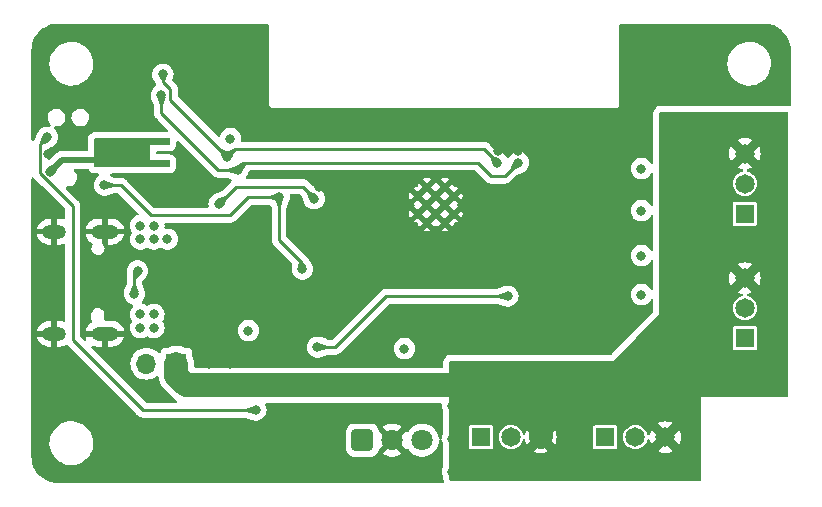
<source format=gbr>
%TF.GenerationSoftware,KiCad,Pcbnew,7.0.9*%
%TF.CreationDate,2024-01-15T17:59:57-05:00*%
%TF.ProjectId,wled-esp32-control-board,776c6564-2d65-4737-9033-322d636f6e74,C*%
%TF.SameCoordinates,Original*%
%TF.FileFunction,Copper,L4,Bot*%
%TF.FilePolarity,Positive*%
%FSLAX46Y46*%
G04 Gerber Fmt 4.6, Leading zero omitted, Abs format (unit mm)*
G04 Created by KiCad (PCBNEW 7.0.9) date 2024-01-15 17:59:57*
%MOMM*%
%LPD*%
G01*
G04 APERTURE LIST*
G04 Aperture macros list*
%AMRoundRect*
0 Rectangle with rounded corners*
0 $1 Rounding radius*
0 $2 $3 $4 $5 $6 $7 $8 $9 X,Y pos of 4 corners*
0 Add a 4 corners polygon primitive as box body*
4,1,4,$2,$3,$4,$5,$6,$7,$8,$9,$2,$3,0*
0 Add four circle primitives for the rounded corners*
1,1,$1+$1,$2,$3*
1,1,$1+$1,$4,$5*
1,1,$1+$1,$6,$7*
1,1,$1+$1,$8,$9*
0 Add four rect primitives between the rounded corners*
20,1,$1+$1,$2,$3,$4,$5,0*
20,1,$1+$1,$4,$5,$6,$7,0*
20,1,$1+$1,$6,$7,$8,$9,0*
20,1,$1+$1,$8,$9,$2,$3,0*%
G04 Aperture macros list end*
%TA.AperFunction,ComponentPad*%
%ADD10O,2.300000X1.200000*%
%TD*%
%TA.AperFunction,ComponentPad*%
%ADD11O,2.000000X1.200000*%
%TD*%
%TA.AperFunction,ComponentPad*%
%ADD12R,1.700000X1.700000*%
%TD*%
%TA.AperFunction,ComponentPad*%
%ADD13O,1.700000X1.700000*%
%TD*%
%TA.AperFunction,ComponentPad*%
%ADD14R,1.650000X1.650000*%
%TD*%
%TA.AperFunction,ComponentPad*%
%ADD15C,1.650000*%
%TD*%
%TA.AperFunction,ComponentPad*%
%ADD16RoundRect,0.250200X-0.649800X-0.649800X0.649800X-0.649800X0.649800X0.649800X-0.649800X0.649800X0*%
%TD*%
%TA.AperFunction,ComponentPad*%
%ADD17C,1.800000*%
%TD*%
%TA.AperFunction,ComponentPad*%
%ADD18C,0.475000*%
%TD*%
%TA.AperFunction,ViaPad*%
%ADD19C,0.800000*%
%TD*%
%TA.AperFunction,Conductor*%
%ADD20C,0.500000*%
%TD*%
%TA.AperFunction,Conductor*%
%ADD21C,0.250000*%
%TD*%
%TA.AperFunction,Conductor*%
%ADD22C,0.267200*%
%TD*%
%TA.AperFunction,Conductor*%
%ADD23C,2.000000*%
%TD*%
G04 APERTURE END LIST*
D10*
%TO.P,J201,S1,SHIELD*%
%TO.N,GND*%
X6514000Y21602000D03*
D11*
X2239000Y21602000D03*
D10*
X6514000Y12952000D03*
D11*
X2239000Y12952000D03*
%TD*%
D12*
%TO.P,SW101,1,A*%
%TO.N,/LED_PWR*%
X12578000Y10414000D03*
D13*
%TO.P,SW101,2,B*%
%TO.N,VCC*%
X10038000Y10414000D03*
%TD*%
D14*
%TO.P,J104,1,Pin_1*%
%TO.N,GND*%
X38354000Y4191000D03*
D15*
%TO.P,J104,2,Pin_2*%
%TO.N,Net-(J104-Pin_2)*%
X40894000Y4191000D03*
%TO.P,J104,3,Pin_3*%
%TO.N,/LED_PWR*%
X43434000Y4191000D03*
%TD*%
D16*
%TO.P,U106,1,OUT*%
%TO.N,/IR_RECV*%
X28321000Y3937000D03*
D17*
%TO.P,U106,2,GND*%
%TO.N,GND*%
X30861000Y3937000D03*
%TO.P,U106,3,Vs*%
%TO.N,+3.3V*%
X33401000Y3937000D03*
%TD*%
D14*
%TO.P,J102,1,Pin_1*%
%TO.N,GND*%
X60706000Y12573000D03*
D15*
%TO.P,J102,2,Pin_2*%
%TO.N,Net-(J102-Pin_2)*%
X60706000Y15113000D03*
%TO.P,J102,3,Pin_3*%
%TO.N,/LED_PWR*%
X60706000Y17653000D03*
%TD*%
D14*
%TO.P,J101,1,Pin_1*%
%TO.N,GND*%
X60706000Y23114000D03*
D15*
%TO.P,J101,2,Pin_2*%
%TO.N,Net-(J101-Pin_2)*%
X60706000Y25654000D03*
%TO.P,J101,3,Pin_3*%
%TO.N,/LED_PWR*%
X60706000Y28194000D03*
%TD*%
D14*
%TO.P,J103,1,Pin_1*%
%TO.N,GND*%
X48895000Y4191000D03*
D15*
%TO.P,J103,2,Pin_2*%
%TO.N,Net-(J103-Pin_2)*%
X51435000Y4191000D03*
%TO.P,J103,3,Pin_3*%
%TO.N,/LED_PWR*%
X53975000Y4191000D03*
%TD*%
D18*
%TO.P,U103,39,GND*%
%TO.N,GND*%
X33026500Y24639500D03*
X33026500Y23114500D03*
X33789000Y25402000D03*
X33789000Y23877000D03*
X33789000Y22352000D03*
X34551500Y24639500D03*
X34551500Y23114500D03*
X35314000Y25402000D03*
X35314000Y23877000D03*
X35314000Y22352000D03*
X36076500Y24639500D03*
X36076500Y23114500D03*
%TD*%
D19*
%TO.N,+3.3V*%
X31877000Y11684000D03*
X17145000Y29464000D03*
%TO.N,GND*%
X15113000Y26162000D03*
X19177000Y30861000D03*
X41529000Y28431503D03*
X46863000Y25146000D03*
X46863000Y27051000D03*
X25019000Y2413000D03*
X10642600Y30886800D03*
X46863000Y13970000D03*
X46863000Y15875000D03*
X7112000Y10922000D03*
X22987000Y30861000D03*
X15367000Y10414000D03*
X1905000Y23622000D03*
X46863000Y21463000D03*
X19177000Y18161000D03*
X46863000Y23368000D03*
X15621000Y2413000D03*
X46863000Y17780000D03*
X24638000Y25400000D03*
X13919200Y12776200D03*
X45720000Y31242000D03*
X29464000Y11557000D03*
X7620000Y31877000D03*
X46863000Y19685000D03*
X11557000Y36576000D03*
X13589000Y18288000D03*
X39776449Y28456952D03*
X9144000Y31877000D03*
X1740500Y28194000D03*
X17145000Y10414000D03*
X5715000Y23876000D03*
X18161000Y17018000D03*
X24638000Y31242000D03*
%TO.N,+5V*%
X51943000Y26924000D03*
X1905000Y26670000D03*
X51943000Y19558000D03*
X6604000Y28702000D03*
X7366000Y27686000D03*
X51943000Y23368000D03*
X18669000Y13208000D03*
X51943000Y16256000D03*
X6096000Y27686000D03*
%TO.N,/EN*%
X23241000Y18415000D03*
X6477000Y25527000D03*
X21270200Y24511000D03*
%TO.N,/IO0*%
X19304000Y6477000D03*
X1651000Y29591000D03*
X24511000Y11811000D03*
X40640000Y16129000D03*
%TO.N,/USB-TTL-AutoProgram/D_P*%
X9017000Y16305900D03*
X9288174Y18270826D03*
%TO.N,VCC*%
X10668000Y14605000D03*
X9525000Y13462000D03*
X10668000Y13462000D03*
X9525000Y20955000D03*
X11811000Y20955000D03*
X9525000Y14605000D03*
X10668000Y20955000D03*
X10668000Y22098000D03*
X9525000Y22098000D03*
%TO.N,/ESP_TX*%
X41529000Y27432000D03*
X17780000Y26797000D03*
X11303000Y33147000D03*
%TO.N,/ESP_RX*%
X11430000Y34925000D03*
X39751000Y27432000D03*
X16891000Y27940000D03*
%TO.N,/USB-TTL-AutoProgram/DTR*%
X16192500Y23939500D03*
X24231600Y24384000D03*
%TO.N,/LED_PWR*%
X46101000Y1270000D03*
X46101000Y4064000D03*
X60579000Y8890000D03*
X63373000Y20320000D03*
X35941000Y4064000D03*
X63373000Y8890000D03*
X60579000Y30734000D03*
X35941000Y6858000D03*
X46101000Y6858000D03*
X60579000Y20320000D03*
X57785000Y30734000D03*
X57785000Y20320000D03*
X35941000Y1270000D03*
X63373000Y30734000D03*
X57785000Y8890000D03*
%TD*%
D20*
%TO.N,+5V*%
X2921000Y27686000D02*
X5969000Y27686000D01*
X1905000Y26670000D02*
X2921000Y27686000D01*
D21*
%TO.N,/EN*%
X21270200Y20893800D02*
X23241000Y18923000D01*
X7874000Y25527000D02*
X10414000Y22987000D01*
X10414000Y22987000D02*
X17145000Y22987000D01*
X18669000Y24511000D02*
X21270200Y24511000D01*
X21270200Y24511000D02*
X21270200Y20893800D01*
X23241000Y18923000D02*
X23241000Y18415000D01*
X6477000Y25527000D02*
X7874000Y25527000D01*
X17145000Y22987000D02*
X18669000Y24511000D01*
%TO.N,/IO0*%
X9779000Y6477000D02*
X19304000Y6477000D01*
X1016000Y26533695D02*
X1604695Y25945000D01*
X3810000Y12446000D02*
X9779000Y6477000D01*
X24511000Y11811000D02*
X26035000Y11811000D01*
X1651000Y29591000D02*
X1016000Y28956000D01*
X30353000Y16129000D02*
X40640000Y16129000D01*
X26035000Y11811000D02*
X30353000Y16129000D01*
X1614000Y25945000D02*
X3810000Y23749000D01*
X1604695Y25945000D02*
X1614000Y25945000D01*
X1016000Y28956000D02*
X1016000Y26533695D01*
X3810000Y23749000D02*
X3810000Y12446000D01*
D22*
%TO.N,/USB-TTL-AutoProgram/D_P*%
X9017000Y16305900D02*
X9017000Y17999652D01*
X9017000Y17999652D02*
X9288174Y18270826D01*
D21*
%TO.N,/ESP_TX*%
X41529000Y27432000D02*
X40386000Y26289000D01*
X38137000Y27395000D02*
X18378000Y27395000D01*
X18378000Y27395000D02*
X17780000Y26797000D01*
X17780000Y26797000D02*
X16129000Y26797000D01*
X40386000Y26289000D02*
X39243000Y26289000D01*
X39243000Y26289000D02*
X38137000Y27395000D01*
X16129000Y26797000D02*
X11303000Y31623000D01*
X11303000Y31623000D02*
X11303000Y33147000D01*
%TO.N,/ESP_RX*%
X39751000Y27406198D02*
X39476497Y27680701D01*
X12065000Y33655000D02*
X11430000Y34290000D01*
X39751000Y27432000D02*
X39751000Y27406198D01*
X38633802Y28575000D02*
X17526000Y28575000D01*
X17526000Y28575000D02*
X16891000Y27940000D01*
X16891000Y27940000D02*
X12065000Y32766000D01*
X39476497Y27732305D02*
X38633802Y28575000D01*
X12065000Y32766000D02*
X12065000Y33655000D01*
X39476497Y27680701D02*
X39476497Y27732305D01*
X11430000Y34290000D02*
X11430000Y34925000D01*
%TO.N,/USB-TTL-AutoProgram/DTR*%
X17653000Y25400000D02*
X16192500Y23939500D01*
X24231600Y24384000D02*
X24231600Y24475000D01*
X23306600Y25400000D02*
X17653000Y25400000D01*
X24231600Y24475000D02*
X23306600Y25400000D01*
D23*
%TO.N,/LED_PWR*%
X12578000Y10414000D02*
X12578000Y9393000D01*
X12578000Y9393000D02*
X13385800Y8585200D01*
X13385800Y8585200D02*
X41783000Y8585200D01*
X43434000Y6934200D02*
X43434000Y4191000D01*
X41783000Y8585200D02*
X43434000Y6934200D01*
%TD*%
%TA.AperFunction,Conductor*%
%TO.N,/LED_PWR*%
G36*
X64332039Y31730315D02*
G01*
X64377794Y31677511D01*
X64389000Y31626000D01*
X64389000Y7744000D01*
X64369315Y7676961D01*
X64316511Y7631206D01*
X64265000Y7620000D01*
X57023000Y7620000D01*
X57023000Y632000D01*
X57003315Y564961D01*
X56950511Y519206D01*
X56899000Y508000D01*
X35811000Y508000D01*
X35743961Y527685D01*
X35698206Y580489D01*
X35687000Y632000D01*
X35687000Y3014059D01*
X42822742Y3014059D01*
X42979090Y2941153D01*
X42979099Y2941149D01*
X43203031Y2881148D01*
X43203041Y2881146D01*
X43433999Y2860939D01*
X43434001Y2860939D01*
X43664958Y2881146D01*
X43664968Y2881148D01*
X43888900Y2941149D01*
X43888909Y2941153D01*
X44045257Y3014059D01*
X53363742Y3014059D01*
X53520090Y2941153D01*
X53520099Y2941149D01*
X53744031Y2881148D01*
X53744041Y2881146D01*
X53974999Y2860939D01*
X53975001Y2860939D01*
X54205958Y2881146D01*
X54205968Y2881148D01*
X54429900Y2941149D01*
X54429909Y2941153D01*
X54586257Y3014059D01*
X53975001Y3625315D01*
X53975000Y3625315D01*
X53363742Y3014059D01*
X44045257Y3014059D01*
X43713068Y3346248D01*
X47869500Y3346248D01*
X47881131Y3287771D01*
X47881132Y3287770D01*
X47925447Y3221448D01*
X47991769Y3177133D01*
X47991770Y3177132D01*
X48050247Y3165501D01*
X48050250Y3165500D01*
X48050252Y3165500D01*
X49739750Y3165500D01*
X49739751Y3165501D01*
X49754568Y3168448D01*
X49798229Y3177132D01*
X49798229Y3177133D01*
X49798231Y3177133D01*
X49864552Y3221448D01*
X49908867Y3287769D01*
X49908867Y3287771D01*
X49908868Y3287771D01*
X49917552Y3331432D01*
X49920500Y3346252D01*
X49920500Y4191000D01*
X50404538Y4191000D01*
X50424337Y3989969D01*
X50482978Y3796655D01*
X50578198Y3618512D01*
X50578201Y3618508D01*
X50578202Y3618506D01*
X50597688Y3594762D01*
X50706352Y3462353D01*
X50815016Y3373176D01*
X50862506Y3334202D01*
X50862509Y3334201D01*
X50862511Y3334199D01*
X51040654Y3238979D01*
X51040656Y3238979D01*
X51040659Y3238977D01*
X51233967Y3180338D01*
X51435000Y3160538D01*
X51636033Y3180338D01*
X51829341Y3238977D01*
X52007494Y3334202D01*
X52163647Y3462353D01*
X52291798Y3618506D01*
X52387023Y3796659D01*
X52431896Y3944589D01*
X52470192Y4003025D01*
X52534005Y4031481D01*
X52603072Y4020921D01*
X52655465Y3974697D01*
X52670331Y3940684D01*
X52725148Y3736100D01*
X52725153Y3736086D01*
X52798056Y3579743D01*
X52798057Y3579743D01*
X53371429Y4153114D01*
X53421123Y4153114D01*
X53451884Y4005085D01*
X53521442Y3870844D01*
X53624638Y3760348D01*
X53753819Y3681791D01*
X53899404Y3641000D01*
X54012622Y3641000D01*
X54124783Y3656416D01*
X54263458Y3716651D01*
X54380739Y3812066D01*
X54467928Y3935585D01*
X54518559Y4078047D01*
X54526285Y4191000D01*
X54540685Y4191000D01*
X55151941Y3579744D01*
X55224847Y3736091D01*
X55224851Y3736100D01*
X55284852Y3960032D01*
X55284854Y3960042D01*
X55305061Y4191000D01*
X55305061Y4191001D01*
X55284854Y4421959D01*
X55284852Y4421969D01*
X55224851Y4645901D01*
X55224849Y4645905D01*
X55151940Y4802257D01*
X54540685Y4191001D01*
X54540685Y4191000D01*
X54526285Y4191000D01*
X54528877Y4228886D01*
X54498116Y4376915D01*
X54428558Y4511156D01*
X54325362Y4621652D01*
X54196181Y4700209D01*
X54050596Y4741000D01*
X53937378Y4741000D01*
X53825217Y4725584D01*
X53686542Y4665349D01*
X53569261Y4569934D01*
X53482072Y4446415D01*
X53431441Y4303953D01*
X53421123Y4153114D01*
X53371429Y4153114D01*
X53409315Y4191000D01*
X52798058Y4802257D01*
X52725152Y4645910D01*
X52725148Y4645901D01*
X52670331Y4441317D01*
X52633966Y4381656D01*
X52571119Y4351127D01*
X52501744Y4359422D01*
X52447866Y4403907D01*
X52431896Y4437412D01*
X52387023Y4585341D01*
X52387021Y4585344D01*
X52387021Y4585346D01*
X52291801Y4763489D01*
X52291799Y4763491D01*
X52291798Y4763494D01*
X52204489Y4869881D01*
X52163647Y4919648D01*
X52007495Y5047797D01*
X52007488Y5047802D01*
X51829345Y5143022D01*
X51636031Y5201663D01*
X51435000Y5221462D01*
X51233968Y5201663D01*
X51040654Y5143022D01*
X50862511Y5047802D01*
X50862504Y5047797D01*
X50706352Y4919648D01*
X50578203Y4763496D01*
X50578198Y4763489D01*
X50482978Y4585346D01*
X50424337Y4392032D01*
X50404538Y4191000D01*
X49920500Y4191000D01*
X49920500Y5035748D01*
X49920500Y5035751D01*
X49920499Y5035753D01*
X49908868Y5094230D01*
X49908867Y5094231D01*
X49864552Y5160553D01*
X49798230Y5204868D01*
X49798229Y5204869D01*
X49739752Y5216500D01*
X49739748Y5216500D01*
X48050252Y5216500D01*
X48050247Y5216500D01*
X47991770Y5204869D01*
X47991769Y5204868D01*
X47925447Y5160553D01*
X47881132Y5094231D01*
X47881131Y5094230D01*
X47869500Y5035753D01*
X47869500Y3346248D01*
X43713068Y3346248D01*
X43434001Y3625315D01*
X43434000Y3625315D01*
X42822742Y3014059D01*
X35687000Y3014059D01*
X35687000Y3346248D01*
X37328500Y3346248D01*
X37340131Y3287771D01*
X37340132Y3287770D01*
X37384447Y3221448D01*
X37450769Y3177133D01*
X37450770Y3177132D01*
X37509247Y3165501D01*
X37509250Y3165500D01*
X37509252Y3165500D01*
X39198750Y3165500D01*
X39198751Y3165501D01*
X39213568Y3168448D01*
X39257229Y3177132D01*
X39257229Y3177133D01*
X39257231Y3177133D01*
X39323552Y3221448D01*
X39367867Y3287769D01*
X39367867Y3287771D01*
X39367868Y3287771D01*
X39376552Y3331432D01*
X39379500Y3346252D01*
X39379500Y4191000D01*
X39863538Y4191000D01*
X39883337Y3989969D01*
X39941978Y3796655D01*
X40037198Y3618512D01*
X40037201Y3618508D01*
X40037202Y3618506D01*
X40056688Y3594762D01*
X40165352Y3462353D01*
X40274016Y3373176D01*
X40321506Y3334202D01*
X40321509Y3334201D01*
X40321511Y3334199D01*
X40499654Y3238979D01*
X40499656Y3238979D01*
X40499659Y3238977D01*
X40692967Y3180338D01*
X40894000Y3160538D01*
X41095033Y3180338D01*
X41288341Y3238977D01*
X41466494Y3334202D01*
X41622647Y3462353D01*
X41750798Y3618506D01*
X41846023Y3796659D01*
X41890896Y3944589D01*
X41929192Y4003025D01*
X41993005Y4031481D01*
X42062072Y4020921D01*
X42114465Y3974697D01*
X42129331Y3940684D01*
X42184148Y3736100D01*
X42184153Y3736086D01*
X42257056Y3579743D01*
X42257057Y3579743D01*
X42830429Y4153114D01*
X42880123Y4153114D01*
X42910884Y4005085D01*
X42980442Y3870844D01*
X43083638Y3760348D01*
X43212819Y3681791D01*
X43358404Y3641000D01*
X43471622Y3641000D01*
X43583783Y3656416D01*
X43722458Y3716651D01*
X43839739Y3812066D01*
X43926928Y3935585D01*
X43977559Y4078047D01*
X43985285Y4191000D01*
X43999685Y4191000D01*
X44610941Y3579744D01*
X44683847Y3736091D01*
X44683851Y3736100D01*
X44743852Y3960032D01*
X44743854Y3960042D01*
X44764061Y4191000D01*
X44764061Y4191001D01*
X44743854Y4421959D01*
X44743852Y4421969D01*
X44683851Y4645901D01*
X44683849Y4645905D01*
X44610940Y4802257D01*
X43999685Y4191001D01*
X43999685Y4191000D01*
X43985285Y4191000D01*
X43987877Y4228886D01*
X43957116Y4376915D01*
X43887558Y4511156D01*
X43784362Y4621652D01*
X43655181Y4700209D01*
X43509596Y4741000D01*
X43396378Y4741000D01*
X43284217Y4725584D01*
X43145542Y4665349D01*
X43028261Y4569934D01*
X42941072Y4446415D01*
X42890441Y4303953D01*
X42880123Y4153114D01*
X42830429Y4153114D01*
X42868315Y4191000D01*
X42257058Y4802257D01*
X42184152Y4645910D01*
X42184148Y4645901D01*
X42129331Y4441317D01*
X42092966Y4381656D01*
X42030119Y4351127D01*
X41960744Y4359422D01*
X41906866Y4403907D01*
X41890896Y4437412D01*
X41846023Y4585341D01*
X41846021Y4585344D01*
X41846021Y4585346D01*
X41750801Y4763489D01*
X41750799Y4763491D01*
X41750798Y4763494D01*
X41663489Y4869881D01*
X41622647Y4919648D01*
X41466495Y5047797D01*
X41466488Y5047802D01*
X41288345Y5143022D01*
X41095031Y5201663D01*
X40894000Y5221462D01*
X40692968Y5201663D01*
X40499654Y5143022D01*
X40321511Y5047802D01*
X40321504Y5047797D01*
X40165352Y4919648D01*
X40037203Y4763496D01*
X40037198Y4763489D01*
X39941978Y4585346D01*
X39883337Y4392032D01*
X39863538Y4191000D01*
X39379500Y4191000D01*
X39379500Y5035748D01*
X39379500Y5035751D01*
X39379499Y5035753D01*
X39367868Y5094230D01*
X39367867Y5094231D01*
X39323552Y5160553D01*
X39257230Y5204868D01*
X39257229Y5204869D01*
X39198752Y5216500D01*
X39198748Y5216500D01*
X37509252Y5216500D01*
X37509247Y5216500D01*
X37450770Y5204869D01*
X37450769Y5204868D01*
X37384447Y5160553D01*
X37340132Y5094231D01*
X37340131Y5094230D01*
X37328500Y5035753D01*
X37328500Y3346248D01*
X35687000Y3346248D01*
X35687000Y5367942D01*
X42822743Y5367942D01*
X43434000Y4756685D01*
X43434001Y4756685D01*
X44045256Y5367942D01*
X53363743Y5367942D01*
X53975000Y4756685D01*
X53975001Y4756685D01*
X54586257Y5367943D01*
X54586257Y5367944D01*
X54429914Y5440847D01*
X54429900Y5440852D01*
X54205968Y5500853D01*
X54205958Y5500855D01*
X53975001Y5521061D01*
X53974999Y5521061D01*
X53744041Y5500855D01*
X53744031Y5500853D01*
X53520099Y5440852D01*
X53520090Y5440848D01*
X53363743Y5367942D01*
X44045256Y5367942D01*
X44045257Y5367943D01*
X44045257Y5367944D01*
X43888914Y5440847D01*
X43888900Y5440852D01*
X43664968Y5500853D01*
X43664958Y5500855D01*
X43434001Y5521061D01*
X43433999Y5521061D01*
X43203041Y5500855D01*
X43203031Y5500853D01*
X42979099Y5440852D01*
X42979090Y5440848D01*
X42822743Y5367942D01*
X35687000Y5367942D01*
X35687000Y10544000D01*
X35706685Y10611039D01*
X35759489Y10656794D01*
X35811000Y10668000D01*
X49657000Y10668000D01*
X53467000Y10668000D01*
X53467000Y11728248D01*
X59680500Y11728248D01*
X59692131Y11669771D01*
X59692132Y11669770D01*
X59736447Y11603448D01*
X59802769Y11559133D01*
X59802770Y11559132D01*
X59861247Y11547501D01*
X59861250Y11547500D01*
X59861252Y11547500D01*
X61550750Y11547500D01*
X61550751Y11547501D01*
X61565568Y11550448D01*
X61609229Y11559132D01*
X61609229Y11559133D01*
X61609231Y11559133D01*
X61675552Y11603448D01*
X61719867Y11669769D01*
X61719867Y11669771D01*
X61719868Y11669771D01*
X61731499Y11728248D01*
X61731500Y11728250D01*
X61731500Y13417751D01*
X61731499Y13417753D01*
X61719868Y13476230D01*
X61719867Y13476231D01*
X61675552Y13542553D01*
X61609230Y13586868D01*
X61609229Y13586869D01*
X61550752Y13598500D01*
X61550748Y13598500D01*
X59861252Y13598500D01*
X59861247Y13598500D01*
X59802770Y13586869D01*
X59802769Y13586868D01*
X59736447Y13542553D01*
X59692132Y13476231D01*
X59692131Y13476230D01*
X59680500Y13417753D01*
X59680500Y11728248D01*
X53467000Y11728248D01*
X53467000Y15113000D01*
X59675538Y15113000D01*
X59695337Y14911969D01*
X59753978Y14718655D01*
X59849198Y14540512D01*
X59849203Y14540505D01*
X59977352Y14384353D01*
X60086016Y14295176D01*
X60133506Y14256202D01*
X60133509Y14256201D01*
X60133511Y14256199D01*
X60311654Y14160979D01*
X60311656Y14160979D01*
X60311659Y14160977D01*
X60504967Y14102338D01*
X60706000Y14082538D01*
X60907033Y14102338D01*
X61100341Y14160977D01*
X61278494Y14256202D01*
X61434647Y14384353D01*
X61562798Y14540506D01*
X61658023Y14718659D01*
X61716662Y14911967D01*
X61736462Y15113000D01*
X61716662Y15314033D01*
X61658023Y15507341D01*
X61658021Y15507344D01*
X61658021Y15507346D01*
X61562801Y15685489D01*
X61562799Y15685491D01*
X61562798Y15685494D01*
X61523824Y15732984D01*
X61434647Y15841648D01*
X61278495Y15969797D01*
X61278488Y15969802D01*
X61100347Y16065021D01*
X61100341Y16065023D01*
X60952412Y16109897D01*
X60893975Y16148194D01*
X60865519Y16212006D01*
X60876079Y16281073D01*
X60922303Y16333467D01*
X60956316Y16348332D01*
X61160900Y16403149D01*
X61160909Y16403153D01*
X61317257Y16476059D01*
X60706001Y17087315D01*
X60706000Y17087315D01*
X60094742Y16476059D01*
X60251090Y16403153D01*
X60251099Y16403149D01*
X60455683Y16348332D01*
X60515343Y16311967D01*
X60545873Y16249121D01*
X60537579Y16179745D01*
X60493094Y16125867D01*
X60459586Y16109897D01*
X60311657Y16065023D01*
X60133511Y15969802D01*
X60133504Y15969797D01*
X59977352Y15841648D01*
X59849203Y15685496D01*
X59849198Y15685489D01*
X59753978Y15507346D01*
X59695337Y15314032D01*
X59675538Y15113000D01*
X53467000Y15113000D01*
X53467000Y17653000D01*
X59375939Y17653000D01*
X59396145Y17422042D01*
X59396147Y17422032D01*
X59456148Y17198100D01*
X59456153Y17198086D01*
X59529056Y17041743D01*
X59529057Y17041743D01*
X60102429Y17615114D01*
X60152123Y17615114D01*
X60182884Y17467085D01*
X60252442Y17332844D01*
X60355638Y17222348D01*
X60484819Y17143791D01*
X60630404Y17103000D01*
X60743622Y17103000D01*
X60855783Y17118416D01*
X60994458Y17178651D01*
X61111739Y17274066D01*
X61198928Y17397585D01*
X61249559Y17540047D01*
X61257285Y17653000D01*
X61271685Y17653000D01*
X61882941Y17041744D01*
X61955847Y17198091D01*
X61955851Y17198100D01*
X62015852Y17422032D01*
X62015854Y17422042D01*
X62036061Y17653000D01*
X62036061Y17653001D01*
X62015854Y17883959D01*
X62015852Y17883969D01*
X61955851Y18107901D01*
X61955849Y18107905D01*
X61882940Y18264257D01*
X61271685Y17653001D01*
X61271685Y17653000D01*
X61257285Y17653000D01*
X61259877Y17690886D01*
X61229116Y17838915D01*
X61159558Y17973156D01*
X61056362Y18083652D01*
X60927181Y18162209D01*
X60781596Y18203000D01*
X60668378Y18203000D01*
X60556217Y18187584D01*
X60417542Y18127349D01*
X60300261Y18031934D01*
X60213072Y17908415D01*
X60162441Y17765953D01*
X60152123Y17615114D01*
X60102429Y17615114D01*
X60140315Y17653000D01*
X59529058Y18264257D01*
X59456152Y18107910D01*
X59456148Y18107901D01*
X59396147Y17883969D01*
X59396145Y17883959D01*
X59375939Y17653001D01*
X59375939Y17653000D01*
X53467000Y17653000D01*
X53467000Y18829942D01*
X60094743Y18829942D01*
X60706000Y18218685D01*
X60706001Y18218685D01*
X61317257Y18829943D01*
X61317257Y18829944D01*
X61160914Y18902847D01*
X61160900Y18902852D01*
X60936968Y18962853D01*
X60936958Y18962855D01*
X60706001Y18983061D01*
X60705999Y18983061D01*
X60475041Y18962855D01*
X60475031Y18962853D01*
X60251099Y18902852D01*
X60251090Y18902848D01*
X60094743Y18829942D01*
X53467000Y18829942D01*
X53467000Y22269248D01*
X59680500Y22269248D01*
X59692131Y22210771D01*
X59692132Y22210770D01*
X59736447Y22144448D01*
X59802769Y22100133D01*
X59802770Y22100132D01*
X59861247Y22088501D01*
X59861250Y22088500D01*
X59861252Y22088500D01*
X61550750Y22088500D01*
X61550751Y22088501D01*
X61565568Y22091448D01*
X61609229Y22100132D01*
X61609229Y22100133D01*
X61609231Y22100133D01*
X61675552Y22144448D01*
X61719867Y22210769D01*
X61719867Y22210771D01*
X61719868Y22210771D01*
X61731499Y22269248D01*
X61731500Y22269250D01*
X61731500Y23958751D01*
X61731499Y23958753D01*
X61719868Y24017230D01*
X61719867Y24017231D01*
X61675552Y24083553D01*
X61609230Y24127868D01*
X61609229Y24127869D01*
X61550752Y24139500D01*
X61550748Y24139500D01*
X59861252Y24139500D01*
X59861247Y24139500D01*
X59802770Y24127869D01*
X59802769Y24127868D01*
X59736447Y24083553D01*
X59692132Y24017231D01*
X59692131Y24017230D01*
X59680500Y23958753D01*
X59680500Y22269248D01*
X53467000Y22269248D01*
X53467000Y25654000D01*
X59675538Y25654000D01*
X59695337Y25452969D01*
X59753978Y25259655D01*
X59849198Y25081512D01*
X59849203Y25081505D01*
X59977352Y24925353D01*
X60034156Y24878736D01*
X60133506Y24797202D01*
X60133509Y24797201D01*
X60133511Y24797199D01*
X60311654Y24701979D01*
X60311656Y24701979D01*
X60311659Y24701977D01*
X60504967Y24643338D01*
X60706000Y24623538D01*
X60907033Y24643338D01*
X61100341Y24701977D01*
X61278494Y24797202D01*
X61434647Y24925353D01*
X61562798Y25081506D01*
X61658023Y25259659D01*
X61716662Y25452967D01*
X61736462Y25654000D01*
X61716662Y25855033D01*
X61658023Y26048341D01*
X61658021Y26048344D01*
X61658021Y26048346D01*
X61562801Y26226489D01*
X61562799Y26226491D01*
X61562798Y26226494D01*
X61523824Y26273984D01*
X61434647Y26382648D01*
X61278495Y26510797D01*
X61278488Y26510802D01*
X61100347Y26606021D01*
X61100341Y26606023D01*
X60952412Y26650897D01*
X60893975Y26689194D01*
X60865519Y26753006D01*
X60876079Y26822073D01*
X60922303Y26874467D01*
X60956316Y26889332D01*
X61160900Y26944149D01*
X61160909Y26944153D01*
X61317257Y27017059D01*
X60706001Y27628315D01*
X60706000Y27628315D01*
X60094742Y27017059D01*
X60251090Y26944153D01*
X60251099Y26944149D01*
X60455683Y26889332D01*
X60515343Y26852967D01*
X60545873Y26790121D01*
X60537579Y26720745D01*
X60493094Y26666867D01*
X60459586Y26650897D01*
X60311657Y26606023D01*
X60133511Y26510802D01*
X60133504Y26510797D01*
X59977352Y26382648D01*
X59849203Y26226496D01*
X59849198Y26226489D01*
X59753978Y26048346D01*
X59695337Y25855032D01*
X59675538Y25654000D01*
X53467000Y25654000D01*
X53467000Y28194000D01*
X59375939Y28194000D01*
X59396145Y27963042D01*
X59396147Y27963032D01*
X59456148Y27739100D01*
X59456153Y27739086D01*
X59529056Y27582743D01*
X59529057Y27582743D01*
X60102429Y28156114D01*
X60152123Y28156114D01*
X60182884Y28008085D01*
X60252442Y27873844D01*
X60355638Y27763348D01*
X60484819Y27684791D01*
X60630404Y27644000D01*
X60743622Y27644000D01*
X60855783Y27659416D01*
X60994458Y27719651D01*
X61111739Y27815066D01*
X61198928Y27938585D01*
X61249559Y28081047D01*
X61257285Y28194000D01*
X61271685Y28194000D01*
X61882941Y27582744D01*
X61955847Y27739091D01*
X61955851Y27739100D01*
X62015852Y27963032D01*
X62015854Y27963042D01*
X62036061Y28194000D01*
X62036061Y28194001D01*
X62015854Y28424959D01*
X62015852Y28424969D01*
X61955851Y28648901D01*
X61955849Y28648905D01*
X61882940Y28805257D01*
X61271685Y28194001D01*
X61271685Y28194000D01*
X61257285Y28194000D01*
X61259877Y28231886D01*
X61229116Y28379915D01*
X61159558Y28514156D01*
X61056362Y28624652D01*
X60927181Y28703209D01*
X60781596Y28744000D01*
X60668378Y28744000D01*
X60556217Y28728584D01*
X60417542Y28668349D01*
X60300261Y28572934D01*
X60213072Y28449415D01*
X60162441Y28306953D01*
X60152123Y28156114D01*
X60102429Y28156114D01*
X60140315Y28194000D01*
X59529058Y28805257D01*
X59456152Y28648910D01*
X59456148Y28648901D01*
X59396147Y28424969D01*
X59396145Y28424959D01*
X59375939Y28194001D01*
X59375939Y28194000D01*
X53467000Y28194000D01*
X53467000Y29370942D01*
X60094743Y29370942D01*
X60706000Y28759685D01*
X60706001Y28759685D01*
X61317257Y29370943D01*
X61317257Y29370944D01*
X61160914Y29443847D01*
X61160900Y29443852D01*
X60936968Y29503853D01*
X60936958Y29503855D01*
X60706001Y29524061D01*
X60705999Y29524061D01*
X60475041Y29503855D01*
X60475031Y29503853D01*
X60251099Y29443852D01*
X60251090Y29443848D01*
X60094743Y29370942D01*
X53467000Y29370942D01*
X53467000Y31626000D01*
X53486685Y31693039D01*
X53539489Y31738794D01*
X53591000Y31750000D01*
X64265000Y31750000D01*
X64332039Y31730315D01*
G37*
%TD.AperFunction*%
%TD*%
%TA.AperFunction,Conductor*%
%TO.N,+5V*%
G36*
X12008039Y29495115D02*
G01*
X12053794Y29442311D01*
X12065000Y29390800D01*
X12065000Y29029200D01*
X12045315Y28962161D01*
X11992511Y28916406D01*
X11941000Y28905200D01*
X10337800Y28905200D01*
X10337800Y27635200D01*
X11941000Y27635200D01*
X12008039Y27615515D01*
X12053794Y27562711D01*
X12065000Y27511200D01*
X12065000Y27149600D01*
X12045315Y27082561D01*
X11992511Y27036806D01*
X11941000Y27025600D01*
X5712000Y27025600D01*
X5644961Y27045285D01*
X5599206Y27098089D01*
X5588000Y27149600D01*
X5588000Y29390800D01*
X5607685Y29457839D01*
X5660489Y29503594D01*
X5712000Y29514800D01*
X11941000Y29514800D01*
X12008039Y29495115D01*
G37*
%TD.AperFunction*%
%TD*%
%TA.AperFunction,Conductor*%
%TO.N,GND*%
G36*
X505703Y26158994D02*
G01*
X511926Y26152408D01*
X512311Y26152793D01*
X531989Y26133116D01*
X544626Y26118321D01*
X556404Y26102111D01*
X556406Y26102108D01*
X592309Y26072407D01*
X596620Y26068485D01*
X980262Y25684842D01*
X1103892Y25561212D01*
X1113717Y25548949D01*
X1113938Y25549131D01*
X1118909Y25543122D01*
X1136078Y25527000D01*
X1169330Y25495774D01*
X1190224Y25474880D01*
X1195706Y25470627D01*
X1200138Y25466843D01*
X1234113Y25434938D01*
X1234117Y25434936D01*
X1240425Y25430353D01*
X1240015Y25429790D01*
X1258494Y25415916D01*
X3148181Y23526229D01*
X3181666Y23464906D01*
X3184500Y23438548D01*
X3184500Y22751701D01*
X3164815Y22684662D01*
X3112011Y22638907D01*
X3042853Y22628963D01*
X3014414Y22636583D01*
X2950314Y22662245D01*
X2744038Y22702000D01*
X2489000Y22702000D01*
X2489000Y21902000D01*
X1989000Y21902000D01*
X1989000Y22702000D01*
X1786602Y22702000D01*
X1629877Y22687035D01*
X1629873Y22687034D01*
X1428313Y22627851D01*
X1241585Y22531587D01*
X1076462Y22401732D01*
X1076459Y22401729D01*
X938894Y22242970D01*
X938885Y22242959D01*
X833855Y22061040D01*
X833852Y22061033D01*
X765144Y21862518D01*
X765144Y21862516D01*
X763632Y21852000D01*
X1672889Y21852000D01*
X1633390Y21827543D01*
X1565799Y21738038D01*
X1535105Y21630160D01*
X1545454Y21518479D01*
X1595448Y21418078D01*
X1667931Y21352000D01*
X767742Y21352000D01*
X794770Y21240591D01*
X882040Y21049493D01*
X1003889Y20878381D01*
X1003895Y20878375D01*
X1155932Y20733408D01*
X1332657Y20619834D01*
X1527685Y20541756D01*
X1733962Y20502000D01*
X1989000Y20502000D01*
X1989000Y21302000D01*
X2489000Y21302000D01*
X2489000Y20502000D01*
X2691398Y20502000D01*
X2848122Y20516966D01*
X2848125Y20516967D01*
X3025565Y20569067D01*
X3095435Y20569067D01*
X3154213Y20531293D01*
X3183238Y20467737D01*
X3184500Y20450090D01*
X3184500Y14101701D01*
X3164815Y14034662D01*
X3112011Y13988907D01*
X3042853Y13978963D01*
X3014414Y13986583D01*
X2950314Y14012245D01*
X2744038Y14052000D01*
X2489000Y14052000D01*
X2489000Y13252000D01*
X1989000Y13252000D01*
X1989000Y14052000D01*
X1786602Y14052000D01*
X1629877Y14037035D01*
X1629873Y14037034D01*
X1428313Y13977851D01*
X1241585Y13881587D01*
X1076462Y13751732D01*
X1076459Y13751729D01*
X938894Y13592970D01*
X938885Y13592959D01*
X833855Y13411040D01*
X833852Y13411033D01*
X765144Y13212518D01*
X765144Y13212516D01*
X763632Y13202000D01*
X1672889Y13202000D01*
X1633390Y13177543D01*
X1565799Y13088038D01*
X1535105Y12980160D01*
X1545454Y12868479D01*
X1595448Y12768078D01*
X1667931Y12702000D01*
X767742Y12702000D01*
X794770Y12590591D01*
X882040Y12399493D01*
X1003889Y12228381D01*
X1003895Y12228375D01*
X1155932Y12083408D01*
X1332657Y11969834D01*
X1527685Y11891756D01*
X1733962Y11852000D01*
X1989000Y11852000D01*
X1989000Y12652000D01*
X2489000Y12652000D01*
X2489000Y11852000D01*
X2691398Y11852000D01*
X2848122Y11866966D01*
X2848126Y11866967D01*
X3049686Y11926150D01*
X3227910Y12018030D01*
X3296517Y12031253D01*
X3361382Y12005285D01*
X3363771Y12003357D01*
X3386309Y11984712D01*
X3390632Y11980778D01*
X9278194Y6093216D01*
X9288019Y6080952D01*
X9288240Y6081134D01*
X9293210Y6075127D01*
X9293213Y6075124D01*
X9293214Y6075123D01*
X9343651Y6027759D01*
X9364530Y6006880D01*
X9370004Y6002634D01*
X9374442Y5998844D01*
X9408418Y5966938D01*
X9408422Y5966936D01*
X9425973Y5957287D01*
X9442231Y5946608D01*
X9458064Y5934326D01*
X9480015Y5924828D01*
X9500837Y5915817D01*
X9506081Y5913248D01*
X9546908Y5890803D01*
X9566312Y5885821D01*
X9584710Y5879522D01*
X9603105Y5871562D01*
X9649129Y5864274D01*
X9654832Y5863093D01*
X9699981Y5851500D01*
X9720016Y5851500D01*
X9739413Y5849974D01*
X9759196Y5846840D01*
X9805584Y5851225D01*
X9811422Y5851500D01*
X18375766Y5851500D01*
X18419610Y5843490D01*
X18961599Y5638606D01*
X19001986Y5625389D01*
X19007915Y5623106D01*
X19016073Y5619473D01*
X19024194Y5615857D01*
X19024197Y5615856D01*
X19209354Y5576500D01*
X19209355Y5576500D01*
X19398644Y5576500D01*
X19398646Y5576500D01*
X19583803Y5615856D01*
X19756730Y5692849D01*
X19909871Y5804112D01*
X20036533Y5944784D01*
X20131179Y6108716D01*
X20189674Y6288744D01*
X20209460Y6477000D01*
X20189674Y6665256D01*
X20131179Y6845284D01*
X20100338Y6898701D01*
X20083866Y6966600D01*
X20106719Y7032627D01*
X20161640Y7075818D01*
X20207726Y7084700D01*
X34921651Y7084700D01*
X34988690Y7065015D01*
X35034445Y7012211D01*
X35044971Y6947741D01*
X35035540Y6858000D01*
X35055326Y6669744D01*
X35055327Y6669741D01*
X35113818Y6489723D01*
X35113821Y6489716D01*
X35164887Y6401268D01*
X35181500Y6339268D01*
X35181500Y4582734D01*
X35164888Y4520736D01*
X35121980Y4446415D01*
X35113820Y4432282D01*
X35113818Y4432278D01*
X35065019Y4282088D01*
X35055326Y4252256D01*
X35052870Y4228886D01*
X35039403Y4100754D01*
X35012818Y4036140D01*
X34977012Y4011153D01*
X35016514Y3989002D01*
X35049306Y3927305D01*
X35051170Y3915278D01*
X35055325Y3875747D01*
X35055326Y3875743D01*
X35113818Y3695723D01*
X35113821Y3695716D01*
X35145411Y3641000D01*
X35164887Y3607268D01*
X35181500Y3545268D01*
X35181500Y1788734D01*
X35164888Y1726735D01*
X35113820Y1638282D01*
X35113818Y1638278D01*
X35055327Y1458260D01*
X35055326Y1458256D01*
X35035540Y1270000D01*
X35055326Y1081744D01*
X35055327Y1081741D01*
X35113818Y901723D01*
X35113821Y901716D01*
X35164887Y813268D01*
X35181500Y751268D01*
X35181500Y632000D01*
X35181501Y631991D01*
X35193052Y524550D01*
X35193054Y524538D01*
X35204258Y473036D01*
X35207380Y463656D01*
X35209871Y393831D01*
X35174217Y333743D01*
X35111737Y302470D01*
X35089724Y300500D01*
X2541878Y300500D01*
X2538134Y300613D01*
X2273804Y316602D01*
X2266365Y317506D01*
X2007739Y364902D01*
X2000463Y366695D01*
X1833680Y418666D01*
X1749447Y444914D01*
X1742445Y447570D01*
X1502674Y555481D01*
X1496038Y558964D01*
X1271030Y694987D01*
X1264863Y699244D01*
X1057888Y861398D01*
X1052287Y866360D01*
X866358Y1052289D01*
X861397Y1057889D01*
X699243Y1264864D01*
X694986Y1271031D01*
X581804Y1458256D01*
X558960Y1496044D01*
X555480Y1502675D01*
X447569Y1742446D01*
X444916Y1749439D01*
X366692Y2000470D01*
X364901Y2007740D01*
X317505Y2266366D01*
X316601Y2273805D01*
X314949Y2301112D01*
X300712Y2536501D01*
X300613Y2538134D01*
X300500Y2541878D01*
X300500Y3615237D01*
X1828787Y3615237D01*
X1858413Y3345987D01*
X1858415Y3345976D01*
X1918612Y3115721D01*
X1926928Y3083912D01*
X2032870Y2834610D01*
X2173979Y2603395D01*
X2173986Y2603385D01*
X2347253Y2395181D01*
X2347259Y2395176D01*
X2548998Y2214418D01*
X2774910Y2064956D01*
X3020176Y1949980D01*
X3020183Y1949978D01*
X3020185Y1949977D01*
X3279557Y1871943D01*
X3279564Y1871942D01*
X3279569Y1871940D01*
X3547561Y1832500D01*
X3547566Y1832500D01*
X3750636Y1832500D01*
X3802133Y1836270D01*
X3953156Y1847323D01*
X4065758Y1872407D01*
X4217546Y1906218D01*
X4217548Y1906219D01*
X4217553Y1906220D01*
X4470558Y2002986D01*
X4706777Y2135559D01*
X4921177Y2301112D01*
X5109186Y2496119D01*
X5266799Y2716421D01*
X5362768Y2903082D01*
X5390649Y2957310D01*
X5390651Y2957316D01*
X5390656Y2957325D01*
X5478118Y3213695D01*
X5482453Y3237167D01*
X26920500Y3237167D01*
X26931003Y3134362D01*
X26947719Y3083918D01*
X26986203Y2967780D01*
X27078330Y2818419D01*
X27202419Y2694330D01*
X27351780Y2602203D01*
X27434771Y2574703D01*
X27518361Y2547004D01*
X27555236Y2543237D01*
X27621174Y2536500D01*
X27621178Y2536500D01*
X29020822Y2536500D01*
X29020826Y2536500D01*
X29123638Y2547004D01*
X29290220Y2602203D01*
X29439581Y2694330D01*
X29563670Y2818419D01*
X29655797Y2967780D01*
X29704819Y3115722D01*
X29734844Y3164399D01*
X30416550Y3846104D01*
X30417327Y3835735D01*
X30466887Y3709459D01*
X30551465Y3603401D01*
X30663547Y3526984D01*
X30771299Y3493747D01*
X30062199Y2784649D01*
X30092650Y2760950D01*
X30296697Y2650524D01*
X30296706Y2650521D01*
X30516139Y2575189D01*
X30744993Y2537000D01*
X30977007Y2537000D01*
X31205860Y2575189D01*
X31425293Y2650521D01*
X31425302Y2650524D01*
X31629350Y2760950D01*
X31659798Y2784649D01*
X30949231Y3495216D01*
X30995138Y3502135D01*
X31117357Y3560993D01*
X31216798Y3653260D01*
X31284625Y3770740D01*
X31302499Y3849054D01*
X32012186Y3139366D01*
X32026892Y3161874D01*
X32080038Y3207231D01*
X32149269Y3216655D01*
X32212605Y3187153D01*
X32234510Y3161874D01*
X32292016Y3073853D01*
X32292019Y3073849D01*
X32292021Y3073847D01*
X32449216Y2903087D01*
X32449219Y2903085D01*
X32449222Y2903082D01*
X32632365Y2760536D01*
X32632371Y2760532D01*
X32632374Y2760530D01*
X32713882Y2716420D01*
X32835652Y2650521D01*
X32836497Y2650064D01*
X32950487Y2610932D01*
X33056015Y2574703D01*
X33056017Y2574703D01*
X33056019Y2574702D01*
X33284951Y2536500D01*
X33284952Y2536500D01*
X33517048Y2536500D01*
X33517049Y2536500D01*
X33745981Y2574702D01*
X33965503Y2650064D01*
X34169626Y2760530D01*
X34352784Y2903087D01*
X34509979Y3073847D01*
X34636924Y3268151D01*
X34730157Y3480700D01*
X34787134Y3705695D01*
X34804274Y3912558D01*
X34829426Y3977738D01*
X34866485Y4004835D01*
X34825528Y4029005D01*
X34794105Y4091409D01*
X34792506Y4103464D01*
X34787134Y4168305D01*
X34765874Y4252260D01*
X34730157Y4393301D01*
X34636924Y4605849D01*
X34509983Y4800148D01*
X34509980Y4800151D01*
X34509979Y4800153D01*
X34352784Y4970913D01*
X34352779Y4970917D01*
X34352777Y4970919D01*
X34169634Y5113465D01*
X34169628Y5113469D01*
X33965504Y5223936D01*
X33965495Y5223939D01*
X33745984Y5299298D01*
X33574282Y5327950D01*
X33517049Y5337500D01*
X33284951Y5337500D01*
X33239164Y5329860D01*
X33056015Y5299298D01*
X32836504Y5223939D01*
X32836495Y5223936D01*
X32632371Y5113469D01*
X32632365Y5113465D01*
X32449222Y4970919D01*
X32449219Y4970916D01*
X32449216Y4970914D01*
X32449216Y4970913D01*
X32389659Y4906216D01*
X32292015Y4800146D01*
X32234509Y4712126D01*
X32181363Y4666770D01*
X32112132Y4657346D01*
X32048796Y4686848D01*
X32026892Y4712127D01*
X32012186Y4734636D01*
X31305449Y4027899D01*
X31304673Y4038265D01*
X31255113Y4164541D01*
X31170535Y4270599D01*
X31058453Y4347016D01*
X30950700Y4380253D01*
X31659799Y5089352D01*
X31659799Y5089353D01*
X31629349Y5113051D01*
X31425302Y5223477D01*
X31425293Y5223480D01*
X31205860Y5298812D01*
X30977007Y5337000D01*
X30744993Y5337000D01*
X30516139Y5298812D01*
X30296706Y5223480D01*
X30296698Y5223477D01*
X30092644Y5113048D01*
X30062200Y5089354D01*
X30062200Y5089353D01*
X30772768Y4378785D01*
X30726862Y4371865D01*
X30604643Y4313007D01*
X30505202Y4220740D01*
X30437375Y4103260D01*
X30419500Y4024947D01*
X29734843Y4709604D01*
X29704818Y4758282D01*
X29690945Y4800148D01*
X29655797Y4906220D01*
X29563670Y5055581D01*
X29439581Y5179670D01*
X29290220Y5271797D01*
X29290217Y5271798D01*
X29123638Y5326997D01*
X29020833Y5337500D01*
X29020826Y5337500D01*
X27621174Y5337500D01*
X27621166Y5337500D01*
X27518361Y5326997D01*
X27351782Y5271798D01*
X27351777Y5271796D01*
X27202417Y5179669D01*
X27078331Y5055583D01*
X26986204Y4906223D01*
X26986202Y4906218D01*
X26931003Y4739639D01*
X26920500Y4636834D01*
X26920500Y3237167D01*
X5482453Y3237167D01*
X5527319Y3480067D01*
X5537212Y3750765D01*
X5507586Y4020018D01*
X5439072Y4282088D01*
X5333130Y4531390D01*
X5192018Y4762610D01*
X5190845Y4764019D01*
X5018746Y4970820D01*
X5018740Y4970825D01*
X4817002Y5151582D01*
X4591092Y5301043D01*
X4535727Y5326997D01*
X4345824Y5416020D01*
X4345819Y5416022D01*
X4345814Y5416024D01*
X4086442Y5494058D01*
X4086428Y5494061D01*
X3970791Y5511079D01*
X3818439Y5533500D01*
X3615369Y5533500D01*
X3615364Y5533500D01*
X3412844Y5518677D01*
X3412831Y5518675D01*
X3148453Y5459783D01*
X3148446Y5459780D01*
X2895439Y5363013D01*
X2659226Y5230443D01*
X2659224Y5230442D01*
X2659223Y5230441D01*
X2596893Y5182312D01*
X2444822Y5064888D01*
X2256822Y4869891D01*
X2256816Y4869884D01*
X2099202Y4649581D01*
X2099199Y4649576D01*
X1975350Y4408691D01*
X1975343Y4408673D01*
X1887884Y4152315D01*
X1887881Y4152301D01*
X1863449Y4020025D01*
X1848114Y3937000D01*
X1838681Y3885932D01*
X1838680Y3885925D01*
X1828787Y3615237D01*
X300500Y3615237D01*
X300500Y26065281D01*
X320185Y26132320D01*
X372989Y26178075D01*
X442147Y26188019D01*
X505703Y26158994D01*
G37*
%TD.AperFunction*%
%TA.AperFunction,Conductor*%
G36*
X20343539Y39176815D02*
G01*
X20389294Y39124011D01*
X20400500Y39072500D01*
X20400500Y32444216D01*
X20397437Y32422255D01*
X20396598Y32413208D01*
X20400235Y32373965D01*
X20400500Y32368242D01*
X20400500Y32357157D01*
X20400501Y32357145D01*
X20402536Y32346251D01*
X20403327Y32340585D01*
X20406964Y32301342D01*
X20409443Y32292628D01*
X20412667Y32283011D01*
X20415938Y32274568D01*
X20415939Y32274567D01*
X20436690Y32241052D01*
X20439467Y32236067D01*
X20448083Y32218764D01*
X20457042Y32200772D01*
X20462526Y32193510D01*
X20468957Y32185765D01*
X20475080Y32179049D01*
X20506535Y32155294D01*
X20510943Y32151634D01*
X20511006Y32151577D01*
X20540067Y32125084D01*
X20540068Y32125084D01*
X20540069Y32125083D01*
X20547797Y32120298D01*
X20556580Y32115406D01*
X20564732Y32111347D01*
X20564736Y32111344D01*
X20602660Y32100555D01*
X20608054Y32098747D01*
X20644827Y32084500D01*
X20644829Y32084500D01*
X20653755Y32082831D01*
X20663742Y32081438D01*
X20672792Y32080599D01*
X20672792Y32080600D01*
X20672793Y32080599D01*
X20681847Y32081438D01*
X20712036Y32084235D01*
X20717759Y32084500D01*
X49724785Y32084500D01*
X49746742Y32081438D01*
X49755792Y32080599D01*
X49755792Y32080600D01*
X49755793Y32080599D01*
X49764847Y32081438D01*
X49795036Y32084235D01*
X49800759Y32084500D01*
X49811844Y32084500D01*
X49822757Y32086541D01*
X49828387Y32087327D01*
X49867660Y32090965D01*
X49867665Y32090968D01*
X49876421Y32093459D01*
X49885940Y32096650D01*
X49894431Y32099939D01*
X49894433Y32099939D01*
X49927965Y32120703D01*
X49932919Y32123462D01*
X49968228Y32141042D01*
X49968229Y32141043D01*
X49975523Y32146552D01*
X49983197Y32152924D01*
X49989949Y32159079D01*
X49989949Y32159080D01*
X49989952Y32159081D01*
X50013715Y32190551D01*
X50017341Y32194918D01*
X50043916Y32224067D01*
X50043918Y32224073D01*
X50048721Y32231830D01*
X50053579Y32240552D01*
X50057650Y32248729D01*
X50057656Y32248736D01*
X50068445Y32286662D01*
X50070251Y32292049D01*
X50084500Y32328827D01*
X50084500Y32328830D01*
X50084501Y32328832D01*
X50086172Y32337771D01*
X50087561Y32347724D01*
X50088401Y32356793D01*
X50084765Y32396036D01*
X50084500Y32401759D01*
X50084500Y35746237D01*
X59228787Y35746237D01*
X59258413Y35476987D01*
X59258415Y35476976D01*
X59306440Y35293278D01*
X59326928Y35214912D01*
X59432870Y34965610D01*
X59504998Y34847425D01*
X59573979Y34734395D01*
X59573986Y34734385D01*
X59747253Y34526181D01*
X59747259Y34526176D01*
X59852240Y34432113D01*
X59948998Y34345418D01*
X60174910Y34195956D01*
X60420176Y34080980D01*
X60420183Y34080978D01*
X60420185Y34080977D01*
X60679557Y34002943D01*
X60679564Y34002942D01*
X60679569Y34002940D01*
X60947561Y33963500D01*
X60947566Y33963500D01*
X61150636Y33963500D01*
X61202133Y33967270D01*
X61353156Y33978323D01*
X61465758Y34003407D01*
X61617546Y34037218D01*
X61617548Y34037219D01*
X61617553Y34037220D01*
X61870558Y34133986D01*
X62106777Y34266559D01*
X62321177Y34432112D01*
X62509186Y34627119D01*
X62666799Y34847421D01*
X62740787Y34991331D01*
X62790649Y35088310D01*
X62790651Y35088316D01*
X62790656Y35088325D01*
X62878118Y35344695D01*
X62927319Y35611067D01*
X62937212Y35881765D01*
X62907586Y36151018D01*
X62839072Y36413088D01*
X62733130Y36662390D01*
X62592018Y36893610D01*
X62554471Y36938728D01*
X62418746Y37101820D01*
X62418740Y37101825D01*
X62217002Y37282582D01*
X61991092Y37432043D01*
X61987875Y37433551D01*
X61745824Y37547020D01*
X61745819Y37547022D01*
X61745814Y37547024D01*
X61486442Y37625058D01*
X61486428Y37625061D01*
X61370791Y37642079D01*
X61218439Y37664500D01*
X61015369Y37664500D01*
X61015364Y37664500D01*
X60812844Y37649677D01*
X60812831Y37649675D01*
X60548453Y37590783D01*
X60548446Y37590780D01*
X60295439Y37494013D01*
X60059226Y37361443D01*
X59844822Y37195888D01*
X59656822Y37000891D01*
X59656816Y37000884D01*
X59499202Y36780581D01*
X59499199Y36780576D01*
X59375350Y36539691D01*
X59375343Y36539673D01*
X59287884Y36283315D01*
X59287881Y36283301D01*
X59238681Y36016932D01*
X59238680Y36016925D01*
X59228787Y35746237D01*
X50084500Y35746237D01*
X50084500Y39072500D01*
X50104185Y39139539D01*
X50156989Y39185294D01*
X50208500Y39196500D01*
X62353964Y39196500D01*
X62357927Y39196373D01*
X62541079Y39184647D01*
X62623173Y39179390D01*
X62630583Y39178464D01*
X62890135Y39129951D01*
X62897389Y39128135D01*
X63149187Y39048694D01*
X63156176Y39046015D01*
X63396556Y38936805D01*
X63403176Y38933301D01*
X63628651Y38795905D01*
X63634779Y38791643D01*
X63694709Y38744347D01*
X63842046Y38628071D01*
X63847638Y38623082D01*
X63879222Y38591274D01*
X64027379Y38442063D01*
X64033661Y38435737D01*
X64038603Y38430120D01*
X64114007Y38333169D01*
X64200700Y38221702D01*
X64204934Y38215523D01*
X64315696Y38030824D01*
X64340724Y37989090D01*
X64344183Y37982442D01*
X64451683Y37741302D01*
X64454315Y37734286D01*
X64531968Y37481943D01*
X64533736Y37474661D01*
X64580404Y37214806D01*
X64581281Y37207364D01*
X64596395Y36941865D01*
X64596495Y36938120D01*
X64596303Y36884347D01*
X64596500Y36881801D01*
X64596500Y32345149D01*
X64576815Y32278110D01*
X64524011Y32232355D01*
X64454853Y32222411D01*
X64437564Y32226172D01*
X64407426Y32235022D01*
X64407421Y32235024D01*
X64305690Y32249650D01*
X64265000Y32255500D01*
X53591000Y32255500D01*
X53590991Y32255500D01*
X53590990Y32255499D01*
X53483549Y32243948D01*
X53483537Y32243946D01*
X53432027Y32232740D01*
X53329502Y32198617D01*
X53329496Y32198614D01*
X53208462Y32120829D01*
X53208451Y32120821D01*
X53155659Y32075077D01*
X53061433Y31966336D01*
X53061430Y31966332D01*
X53001664Y31835466D01*
X52981978Y31768425D01*
X52981976Y31768420D01*
X52961500Y31625999D01*
X52961500Y27423681D01*
X52941815Y27356642D01*
X52889011Y27310887D01*
X52819853Y27300943D01*
X52756297Y27329968D01*
X52730113Y27361681D01*
X52675534Y27456215D01*
X52548870Y27596889D01*
X52395734Y27708149D01*
X52395729Y27708152D01*
X52222807Y27785143D01*
X52222802Y27785145D01*
X52066114Y27818449D01*
X52037646Y27824500D01*
X51848354Y27824500D01*
X51819886Y27818449D01*
X51663197Y27785145D01*
X51663192Y27785143D01*
X51490270Y27708152D01*
X51490265Y27708149D01*
X51337129Y27596889D01*
X51210466Y27456215D01*
X51115821Y27292285D01*
X51115818Y27292278D01*
X51057327Y27112260D01*
X51057326Y27112256D01*
X51037540Y26924000D01*
X51057326Y26735744D01*
X51057327Y26735741D01*
X51115818Y26555723D01*
X51115821Y26555716D01*
X51210467Y26391784D01*
X51304871Y26286938D01*
X51337129Y26251112D01*
X51490265Y26139852D01*
X51490270Y26139849D01*
X51663192Y26062858D01*
X51663197Y26062856D01*
X51848354Y26023500D01*
X51848355Y26023500D01*
X52037644Y26023500D01*
X52037646Y26023500D01*
X52222803Y26062856D01*
X52395730Y26139849D01*
X52548871Y26251112D01*
X52675533Y26391784D01*
X52700241Y26434579D01*
X52730113Y26486319D01*
X52780679Y26534535D01*
X52849286Y26547759D01*
X52914151Y26521791D01*
X52954680Y26464877D01*
X52961500Y26424320D01*
X52961500Y23867681D01*
X52941815Y23800642D01*
X52889011Y23754887D01*
X52819853Y23744943D01*
X52756297Y23773968D01*
X52730113Y23805681D01*
X52675534Y23900215D01*
X52555967Y24033007D01*
X52548871Y24040888D01*
X52532572Y24052730D01*
X52395734Y24152149D01*
X52395729Y24152152D01*
X52222807Y24229143D01*
X52222802Y24229145D01*
X52077001Y24260135D01*
X52037646Y24268500D01*
X51848354Y24268500D01*
X51815897Y24261602D01*
X51663197Y24229145D01*
X51663192Y24229143D01*
X51490270Y24152152D01*
X51490265Y24152149D01*
X51337129Y24040889D01*
X51210466Y23900215D01*
X51115821Y23736285D01*
X51115818Y23736278D01*
X51057327Y23556260D01*
X51057326Y23556256D01*
X51037540Y23368000D01*
X51057326Y23179744D01*
X51057327Y23179741D01*
X51115818Y22999723D01*
X51115821Y22999716D01*
X51210467Y22835784D01*
X51268899Y22770889D01*
X51337129Y22695112D01*
X51490265Y22583852D01*
X51490270Y22583849D01*
X51663192Y22506858D01*
X51663197Y22506856D01*
X51848354Y22467500D01*
X51848355Y22467500D01*
X52037644Y22467500D01*
X52037646Y22467500D01*
X52222803Y22506856D01*
X52395730Y22583849D01*
X52548871Y22695112D01*
X52675533Y22835784D01*
X52730113Y22930319D01*
X52780679Y22978535D01*
X52849286Y22991759D01*
X52914151Y22965791D01*
X52954680Y22908877D01*
X52961500Y22868320D01*
X52961500Y20057681D01*
X52941815Y19990642D01*
X52889011Y19944887D01*
X52819853Y19934943D01*
X52756297Y19963968D01*
X52730113Y19995681D01*
X52675534Y20090215D01*
X52602931Y20170848D01*
X52548871Y20230888D01*
X52512737Y20257141D01*
X52395734Y20342149D01*
X52395729Y20342152D01*
X52222807Y20419143D01*
X52222802Y20419145D01*
X52077001Y20450135D01*
X52037646Y20458500D01*
X51848354Y20458500D01*
X51845127Y20457814D01*
X51663197Y20419145D01*
X51663192Y20419143D01*
X51490270Y20342152D01*
X51490265Y20342149D01*
X51337129Y20230889D01*
X51210466Y20090215D01*
X51115821Y19926285D01*
X51115818Y19926278D01*
X51089913Y19846549D01*
X51057326Y19746256D01*
X51037540Y19558000D01*
X51057326Y19369744D01*
X51057327Y19369741D01*
X51115818Y19189723D01*
X51115821Y19189716D01*
X51210467Y19025784D01*
X51337129Y18885112D01*
X51490265Y18773852D01*
X51490270Y18773849D01*
X51663192Y18696858D01*
X51663197Y18696856D01*
X51848354Y18657500D01*
X51848355Y18657500D01*
X52037644Y18657500D01*
X52037646Y18657500D01*
X52222803Y18696856D01*
X52395730Y18773849D01*
X52548871Y18885112D01*
X52675533Y19025784D01*
X52675536Y19025789D01*
X52730113Y19120319D01*
X52780679Y19168535D01*
X52849286Y19181759D01*
X52914151Y19155791D01*
X52954680Y19098877D01*
X52961500Y19058320D01*
X52961500Y16755681D01*
X52941815Y16688642D01*
X52889011Y16642887D01*
X52819853Y16632943D01*
X52756297Y16661968D01*
X52730113Y16693681D01*
X52675534Y16788215D01*
X52548870Y16928889D01*
X52395734Y17040149D01*
X52395729Y17040152D01*
X52222807Y17117143D01*
X52222802Y17117145D01*
X52077001Y17148135D01*
X52037646Y17156500D01*
X51848354Y17156500D01*
X51815897Y17149602D01*
X51663197Y17117145D01*
X51663192Y17117143D01*
X51490270Y17040152D01*
X51490265Y17040149D01*
X51337129Y16928889D01*
X51210466Y16788215D01*
X51115821Y16624285D01*
X51115818Y16624278D01*
X51057327Y16444260D01*
X51057326Y16444256D01*
X51037540Y16256000D01*
X51057326Y16067744D01*
X51057327Y16067741D01*
X51115818Y15887723D01*
X51115821Y15887716D01*
X51210467Y15723784D01*
X51292199Y15633012D01*
X51337129Y15583112D01*
X51490265Y15471852D01*
X51490270Y15471849D01*
X51663192Y15394858D01*
X51663197Y15394856D01*
X51848354Y15355500D01*
X51848355Y15355500D01*
X52037644Y15355500D01*
X52037646Y15355500D01*
X52222803Y15394856D01*
X52395730Y15471849D01*
X52548871Y15583112D01*
X52675533Y15723784D01*
X52730113Y15818319D01*
X52780679Y15866535D01*
X52849286Y15879759D01*
X52914151Y15853791D01*
X52954680Y15796877D01*
X52961500Y15756320D01*
X52961500Y14859724D01*
X52941815Y14792685D01*
X52926606Y14773492D01*
X49486358Y11218567D01*
X49479294Y11211268D01*
X49418528Y11176782D01*
X49390187Y11173500D01*
X35811000Y11173500D01*
X35810991Y11173500D01*
X35810990Y11173499D01*
X35703549Y11161948D01*
X35703537Y11161946D01*
X35652027Y11150740D01*
X35549502Y11116617D01*
X35549496Y11116614D01*
X35428462Y11038829D01*
X35428451Y11038821D01*
X35375659Y10993077D01*
X35281433Y10884336D01*
X35281430Y10884332D01*
X35221664Y10753466D01*
X35201978Y10686425D01*
X35201976Y10686420D01*
X35181500Y10543999D01*
X35181500Y10209700D01*
X35161815Y10142661D01*
X35109011Y10096906D01*
X35057500Y10085700D01*
X14202500Y10085700D01*
X14135461Y10105385D01*
X14089706Y10158189D01*
X14078500Y10209700D01*
X14078500Y10476065D01*
X14063109Y10661814D01*
X14063107Y10661825D01*
X14002063Y10902882D01*
X13938943Y11046781D01*
X13928499Y11096591D01*
X13928499Y11311871D01*
X13928498Y11311877D01*
X13928085Y11315716D01*
X13922091Y11371483D01*
X13920810Y11374917D01*
X13871797Y11506329D01*
X13871793Y11506336D01*
X13785547Y11621545D01*
X13785544Y11621548D01*
X13670335Y11707794D01*
X13670328Y11707798D01*
X13535482Y11758092D01*
X13535483Y11758092D01*
X13475883Y11764499D01*
X13475881Y11764500D01*
X13475873Y11764500D01*
X13475865Y11764500D01*
X13266556Y11764500D01*
X13207537Y11779446D01*
X13182810Y11792828D01*
X13182805Y11792830D01*
X13182802Y11792831D01*
X13129878Y11811000D01*
X23605540Y11811000D01*
X23625326Y11622744D01*
X23625327Y11622741D01*
X23683818Y11442723D01*
X23683821Y11442716D01*
X23778467Y11278784D01*
X23883667Y11161948D01*
X23905129Y11138112D01*
X24058265Y11026852D01*
X24058270Y11026849D01*
X24231192Y10949858D01*
X24231197Y10949856D01*
X24416354Y10910500D01*
X24416355Y10910500D01*
X24605644Y10910500D01*
X24605646Y10910500D01*
X24790803Y10949856D01*
X24819056Y10962437D01*
X24842607Y10970208D01*
X24850286Y10971915D01*
X24853400Y10972606D01*
X25395389Y11177490D01*
X25439234Y11185500D01*
X25952257Y11185500D01*
X25967877Y11183776D01*
X25967904Y11184061D01*
X25975660Y11183329D01*
X25975667Y11183327D01*
X26044814Y11185500D01*
X26074350Y11185500D01*
X26081228Y11186370D01*
X26087041Y11186828D01*
X26133627Y11188291D01*
X26152869Y11193883D01*
X26171912Y11197826D01*
X26191792Y11200336D01*
X26235122Y11217493D01*
X26240646Y11219383D01*
X26244396Y11220473D01*
X26285390Y11232382D01*
X26302629Y11242578D01*
X26320103Y11251138D01*
X26338727Y11258512D01*
X26338727Y11258513D01*
X26338732Y11258514D01*
X26376449Y11285918D01*
X26381305Y11289108D01*
X26421420Y11312830D01*
X26435589Y11327001D01*
X26450379Y11339632D01*
X26466587Y11351406D01*
X26496299Y11387324D01*
X26500212Y11391624D01*
X26792588Y11684000D01*
X30971540Y11684000D01*
X30991326Y11495744D01*
X30991327Y11495741D01*
X31049818Y11315723D01*
X31049821Y11315716D01*
X31144467Y11151784D01*
X31246176Y11038825D01*
X31271129Y11011112D01*
X31424265Y10899852D01*
X31424270Y10899849D01*
X31597192Y10822858D01*
X31597197Y10822856D01*
X31782354Y10783500D01*
X31782355Y10783500D01*
X31971644Y10783500D01*
X31971646Y10783500D01*
X32156803Y10822856D01*
X32329730Y10899849D01*
X32482871Y11011112D01*
X32609533Y11151784D01*
X32704179Y11315716D01*
X32762674Y11495744D01*
X32782460Y11684000D01*
X32762674Y11872256D01*
X32704179Y12052284D01*
X32609533Y12216216D01*
X32482871Y12356888D01*
X32472119Y12364700D01*
X32329734Y12468149D01*
X32329729Y12468152D01*
X32156807Y12545143D01*
X32156802Y12545145D01*
X32011001Y12576135D01*
X31971646Y12584500D01*
X31782354Y12584500D01*
X31749897Y12577602D01*
X31597197Y12545145D01*
X31597192Y12545143D01*
X31424270Y12468152D01*
X31424265Y12468149D01*
X31271129Y12356889D01*
X31144466Y12216215D01*
X31049821Y12052285D01*
X31049818Y12052278D01*
X30997662Y11891756D01*
X30991326Y11872256D01*
X30971540Y11684000D01*
X26792588Y11684000D01*
X30575772Y15467181D01*
X30637095Y15500666D01*
X30663453Y15503500D01*
X39711766Y15503500D01*
X39755610Y15495490D01*
X40297599Y15290606D01*
X40337986Y15277389D01*
X40343915Y15275106D01*
X40352073Y15271473D01*
X40360194Y15267857D01*
X40360197Y15267856D01*
X40545354Y15228500D01*
X40545355Y15228500D01*
X40734644Y15228500D01*
X40734646Y15228500D01*
X40919803Y15267856D01*
X41092730Y15344849D01*
X41245871Y15456112D01*
X41372533Y15596784D01*
X41467179Y15760716D01*
X41525674Y15940744D01*
X41545460Y16129000D01*
X41525674Y16317256D01*
X41467179Y16497284D01*
X41372533Y16661216D01*
X41245871Y16801888D01*
X41245870Y16801889D01*
X41092734Y16913149D01*
X41092729Y16913152D01*
X40919807Y16990143D01*
X40919802Y16990145D01*
X40774001Y17021135D01*
X40734646Y17029500D01*
X40545354Y17029500D01*
X40505999Y17021135D01*
X40360198Y16990145D01*
X40360193Y16990143D01*
X40331938Y16977563D01*
X40308400Y16969795D01*
X40297607Y16967398D01*
X40297593Y16967393D01*
X39755609Y16762511D01*
X39711763Y16754500D01*
X30435738Y16754500D01*
X30420121Y16756224D01*
X30420094Y16755938D01*
X30412332Y16756673D01*
X30343204Y16754500D01*
X30313650Y16754500D01*
X30312929Y16754410D01*
X30306757Y16753631D01*
X30300945Y16753174D01*
X30254373Y16751710D01*
X30254372Y16751710D01*
X30235129Y16746119D01*
X30216079Y16742175D01*
X30196211Y16739666D01*
X30196209Y16739665D01*
X30152884Y16722512D01*
X30147357Y16720620D01*
X30102610Y16707619D01*
X30102609Y16707618D01*
X30085367Y16697421D01*
X30067899Y16688863D01*
X30049269Y16681487D01*
X30049267Y16681486D01*
X30011576Y16654102D01*
X30006694Y16650895D01*
X29966579Y16627170D01*
X29952408Y16613000D01*
X29937623Y16600372D01*
X29921412Y16588593D01*
X29891709Y16552690D01*
X29887777Y16548369D01*
X25812228Y12472819D01*
X25750905Y12439334D01*
X25724547Y12436500D01*
X25439236Y12436500D01*
X25395391Y12444511D01*
X25129180Y12545144D01*
X24870437Y12642955D01*
X24853407Y12649392D01*
X24853401Y12649394D01*
X24853393Y12649397D01*
X24813016Y12662612D01*
X24807088Y12664894D01*
X24798377Y12668772D01*
X24790804Y12672144D01*
X24635798Y12705091D01*
X24605646Y12711500D01*
X24416354Y12711500D01*
X24386202Y12705091D01*
X24231197Y12672145D01*
X24231192Y12672143D01*
X24058270Y12595152D01*
X24058265Y12595149D01*
X23905129Y12483889D01*
X23778466Y12343215D01*
X23683821Y12179285D01*
X23683818Y12179278D01*
X23625327Y11999260D01*
X23625326Y11999256D01*
X23605540Y11811000D01*
X13129878Y11811000D01*
X12947616Y11873571D01*
X12702335Y11914500D01*
X12453665Y11914500D01*
X12208383Y11873571D01*
X11973198Y11792831D01*
X11973194Y11792830D01*
X11973190Y11792828D01*
X11973187Y11792827D01*
X11973186Y11792826D01*
X11948455Y11779443D01*
X11889443Y11764500D01*
X11680130Y11764500D01*
X11680123Y11764499D01*
X11620516Y11758092D01*
X11485671Y11707798D01*
X11485664Y11707794D01*
X11370455Y11621548D01*
X11370452Y11621545D01*
X11284206Y11506336D01*
X11284203Y11506331D01*
X11235189Y11374917D01*
X11193317Y11318984D01*
X11127853Y11294567D01*
X11059580Y11309419D01*
X11031326Y11330570D01*
X10909402Y11452494D01*
X10909395Y11452499D01*
X10715834Y11588033D01*
X10715830Y11588035D01*
X10715828Y11588036D01*
X10501663Y11687903D01*
X10501659Y11687904D01*
X10501655Y11687906D01*
X10273413Y11749062D01*
X10273403Y11749064D01*
X10038001Y11769659D01*
X10037999Y11769659D01*
X9802596Y11749064D01*
X9802586Y11749062D01*
X9574344Y11687906D01*
X9574335Y11687902D01*
X9360171Y11588036D01*
X9360169Y11588035D01*
X9166597Y11452495D01*
X8999505Y11285403D01*
X8863965Y11091831D01*
X8863964Y11091829D01*
X8764098Y10877665D01*
X8764094Y10877656D01*
X8702938Y10649414D01*
X8702936Y10649404D01*
X8682341Y10414001D01*
X8682341Y10414000D01*
X8702936Y10178597D01*
X8702938Y10178587D01*
X8764094Y9950345D01*
X8764096Y9950341D01*
X8764097Y9950337D01*
X8863965Y9736170D01*
X8863967Y9736166D01*
X8972281Y9581479D01*
X8999505Y9542599D01*
X9166599Y9375505D01*
X9254594Y9313890D01*
X9360165Y9239968D01*
X9360167Y9239967D01*
X9360170Y9239965D01*
X9574337Y9140097D01*
X9802592Y9078937D01*
X9990918Y9062461D01*
X10037999Y9058341D01*
X10038000Y9058341D01*
X10038001Y9058341D01*
X10077234Y9061774D01*
X10273408Y9078937D01*
X10501663Y9140097D01*
X10715830Y9239965D01*
X10886574Y9359522D01*
X10952778Y9381848D01*
X11020546Y9364838D01*
X11068359Y9313890D01*
X11081590Y9263071D01*
X11083918Y9206767D01*
X11089526Y9180017D01*
X11090635Y9172410D01*
X11092891Y9145182D01*
X11092891Y9145181D01*
X11094179Y9140095D01*
X11115801Y9054712D01*
X11134951Y8963386D01*
X11134952Y8963384D01*
X11144882Y8937933D01*
X11147227Y8930613D01*
X11153937Y8904119D01*
X11191420Y8818665D01*
X11225344Y8731725D01*
X11239332Y8708250D01*
X11242852Y8701412D01*
X11253825Y8676396D01*
X11253827Y8676393D01*
X11304860Y8598280D01*
X11352634Y8518106D01*
X11370296Y8497253D01*
X11374887Y8491096D01*
X11389836Y8468215D01*
X11389837Y8468214D01*
X11453033Y8399565D01*
X11473100Y8375871D01*
X11495049Y8353922D01*
X11558257Y8285261D01*
X11579822Y8268476D01*
X11585587Y8263385D01*
X12256184Y7592788D01*
X12261273Y7587026D01*
X12278062Y7565456D01*
X12278064Y7565454D01*
X12278065Y7565453D01*
X12346721Y7502250D01*
X12368666Y7480306D01*
X12368674Y7480298D01*
X12392364Y7460234D01*
X12461015Y7397036D01*
X12461017Y7397035D01*
X12461018Y7397034D01*
X12483886Y7382094D01*
X12490050Y7377498D01*
X12510906Y7359834D01*
X12533435Y7346410D01*
X12555902Y7333022D01*
X12603416Y7281795D01*
X12615692Y7213013D01*
X12588833Y7148512D01*
X12531365Y7108772D01*
X12492428Y7102500D01*
X10089452Y7102500D01*
X10022413Y7122185D01*
X10001771Y7138819D01*
X5406713Y11733878D01*
X5373228Y11795201D01*
X5378212Y11864893D01*
X5420084Y11920826D01*
X5485548Y11945243D01*
X5540481Y11936676D01*
X5652680Y11891758D01*
X5652685Y11891756D01*
X5858962Y11852000D01*
X6264000Y11852000D01*
X6264000Y12652000D01*
X6764000Y12652000D01*
X6764000Y11852000D01*
X7116398Y11852000D01*
X7273122Y11866966D01*
X7273126Y11866967D01*
X7474686Y11926150D01*
X7661414Y12022414D01*
X7826537Y12152269D01*
X7826540Y12152272D01*
X7964105Y12311031D01*
X7964114Y12311042D01*
X8069144Y12492961D01*
X8069147Y12492968D01*
X8137855Y12691483D01*
X8137855Y12691485D01*
X8139368Y12702000D01*
X7230111Y12702000D01*
X7269610Y12726457D01*
X7337201Y12815962D01*
X7367895Y12923840D01*
X7357546Y13035521D01*
X7307552Y13135922D01*
X7235069Y13202000D01*
X8135257Y13202000D01*
X8108229Y13313410D01*
X8020959Y13504508D01*
X7899110Y13675620D01*
X7899104Y13675626D01*
X7747067Y13820593D01*
X7570342Y13934167D01*
X7375314Y14012245D01*
X7169038Y14052000D01*
X6613500Y14052000D01*
X6546461Y14071685D01*
X6500706Y14124489D01*
X6489500Y14176000D01*
X6489500Y14599659D01*
X6474070Y14711918D01*
X6474070Y14711920D01*
X6443028Y14783385D01*
X6413782Y14850717D01*
X6413780Y14850720D01*
X6318278Y14968108D01*
X6318276Y14968109D01*
X6318275Y14968111D01*
X6194647Y15055377D01*
X6194644Y15055379D01*
X6052058Y15106054D01*
X5901081Y15116381D01*
X5901074Y15116381D01*
X5752921Y15085595D01*
X5752915Y15085592D01*
X5618553Y15015971D01*
X5618552Y15015970D01*
X5618548Y15015968D01*
X5507956Y14912682D01*
X5429329Y14783385D01*
X5429328Y14783383D01*
X5429328Y14783382D01*
X5388500Y14637665D01*
X5388500Y14174342D01*
X5403930Y14062080D01*
X5414809Y14037035D01*
X5415063Y14036450D01*
X5423717Y13967118D01*
X5393513Y13904114D01*
X5368372Y13882735D01*
X5366590Y13881590D01*
X5201462Y13751732D01*
X5201459Y13751729D01*
X5063894Y13592970D01*
X5063885Y13592959D01*
X4958855Y13411040D01*
X4958852Y13411033D01*
X4890144Y13212518D01*
X4890144Y13212516D01*
X4888632Y13202000D01*
X5797889Y13202000D01*
X5758390Y13177543D01*
X5690799Y13088038D01*
X5660105Y12980160D01*
X5670454Y12868479D01*
X5720448Y12768078D01*
X5792931Y12702000D01*
X4892742Y12702000D01*
X4919770Y12590591D01*
X4945071Y12535188D01*
X4955014Y12466029D01*
X4925988Y12402474D01*
X4867210Y12364700D01*
X4797340Y12364700D01*
X4744595Y12395996D01*
X4471819Y12668772D01*
X4438334Y12730095D01*
X4435500Y12756453D01*
X4435500Y16305900D01*
X8111540Y16305900D01*
X8131326Y16117644D01*
X8131327Y16117641D01*
X8189818Y15937623D01*
X8189821Y15937616D01*
X8284467Y15773684D01*
X8411129Y15633012D01*
X8564265Y15521752D01*
X8564270Y15521749D01*
X8737191Y15444758D01*
X8737193Y15444758D01*
X8737197Y15444756D01*
X8805936Y15430146D01*
X8867415Y15396954D01*
X8901192Y15335792D01*
X8896540Y15266077D01*
X8872303Y15225884D01*
X8792466Y15137216D01*
X8697821Y14973285D01*
X8697818Y14973278D01*
X8639327Y14793260D01*
X8639326Y14793256D01*
X8619540Y14605000D01*
X8639326Y14416744D01*
X8639327Y14416741D01*
X8697818Y14236723D01*
X8697820Y14236719D01*
X8697821Y14236716D01*
X8733833Y14174342D01*
X8779352Y14095499D01*
X8795824Y14027599D01*
X8779352Y13971501D01*
X8697820Y13830282D01*
X8697818Y13830278D01*
X8641718Y13657619D01*
X8639326Y13650256D01*
X8619540Y13462000D01*
X8639326Y13273744D01*
X8639327Y13273741D01*
X8697818Y13093723D01*
X8697821Y13093716D01*
X8792467Y12929784D01*
X8894953Y12815962D01*
X8919129Y12789112D01*
X9072265Y12677852D01*
X9072270Y12677849D01*
X9245192Y12600858D01*
X9245197Y12600856D01*
X9430354Y12561500D01*
X9430355Y12561500D01*
X9619644Y12561500D01*
X9619646Y12561500D01*
X9804803Y12600856D01*
X9948635Y12664895D01*
X9977728Y12677848D01*
X9977728Y12677849D01*
X9977730Y12677849D01*
X10023614Y12711187D01*
X10089421Y12734666D01*
X10157475Y12718841D01*
X10169386Y12711186D01*
X10215271Y12677848D01*
X10388192Y12600858D01*
X10388197Y12600856D01*
X10573354Y12561500D01*
X10573355Y12561500D01*
X10762644Y12561500D01*
X10762646Y12561500D01*
X10947803Y12600856D01*
X11120730Y12677849D01*
X11273871Y12789112D01*
X11400533Y12929784D01*
X11495179Y13093716D01*
X11532312Y13208000D01*
X17763540Y13208000D01*
X17783326Y13019744D01*
X17783327Y13019741D01*
X17841818Y12839723D01*
X17841821Y12839716D01*
X17936467Y12675784D01*
X18018660Y12584500D01*
X18063129Y12535112D01*
X18216265Y12423852D01*
X18216270Y12423849D01*
X18389192Y12346858D01*
X18389197Y12346856D01*
X18574354Y12307500D01*
X18574355Y12307500D01*
X18763644Y12307500D01*
X18763646Y12307500D01*
X18948803Y12346856D01*
X19121730Y12423849D01*
X19274871Y12535112D01*
X19401533Y12675784D01*
X19496179Y12839716D01*
X19554674Y13019744D01*
X19574460Y13208000D01*
X19554674Y13396256D01*
X19496179Y13576284D01*
X19401533Y13740216D01*
X19274871Y13880888D01*
X19272329Y13882735D01*
X19121734Y13992149D01*
X19121729Y13992152D01*
X18948807Y14069143D01*
X18948802Y14069145D01*
X18795633Y14101701D01*
X18763646Y14108500D01*
X18574354Y14108500D01*
X18542367Y14101701D01*
X18389197Y14069145D01*
X18389192Y14069143D01*
X18216270Y13992152D01*
X18216265Y13992149D01*
X18063129Y13880889D01*
X17936466Y13740215D01*
X17841821Y13576285D01*
X17841818Y13576278D01*
X17788127Y13411033D01*
X17783326Y13396256D01*
X17763540Y13208000D01*
X11532312Y13208000D01*
X11553674Y13273744D01*
X11573460Y13462000D01*
X11553674Y13650256D01*
X11495179Y13830284D01*
X11413647Y13971501D01*
X11397175Y14039400D01*
X11413648Y14095500D01*
X11417228Y14101701D01*
X11495179Y14236716D01*
X11553674Y14416744D01*
X11573460Y14605000D01*
X11553674Y14793256D01*
X11495179Y14973284D01*
X11400533Y15137216D01*
X11273871Y15277888D01*
X11273870Y15277889D01*
X11120734Y15389149D01*
X11120729Y15389152D01*
X10947807Y15466143D01*
X10947802Y15466145D01*
X10772055Y15503500D01*
X10762646Y15505500D01*
X10573354Y15505500D01*
X10563945Y15503500D01*
X10388197Y15466145D01*
X10388192Y15466143D01*
X10215270Y15389152D01*
X10215266Y15389149D01*
X10169384Y15355814D01*
X10103578Y15332335D01*
X10035524Y15348161D01*
X10023616Y15355814D01*
X9977733Y15389149D01*
X9977729Y15389152D01*
X9804807Y15466143D01*
X9804802Y15466145D01*
X9736065Y15480755D01*
X9674583Y15513947D01*
X9640807Y15575111D01*
X9645459Y15644825D01*
X9669692Y15685013D01*
X9749533Y15773684D01*
X9844179Y15937616D01*
X9902674Y16117644D01*
X9922460Y16305900D01*
X9902674Y16494156D01*
X9864494Y16611661D01*
X9862792Y16618045D01*
X9857619Y16642686D01*
X9817154Y16753631D01*
X9658606Y17188337D01*
X9651100Y17230825D01*
X9651100Y17308954D01*
X9670785Y17375993D01*
X9688763Y17397959D01*
X9914573Y17616991D01*
X9955673Y17661974D01*
X9957196Y17664533D01*
X9971573Y17684042D01*
X10020707Y17738610D01*
X10115353Y17902542D01*
X10173848Y18082570D01*
X10193634Y18270826D01*
X10173848Y18459082D01*
X10115353Y18639110D01*
X10020707Y18803042D01*
X9894045Y18943714D01*
X9894044Y18943715D01*
X9740908Y19054975D01*
X9740903Y19054978D01*
X9567981Y19131969D01*
X9567976Y19131971D01*
X9422175Y19162961D01*
X9382820Y19171326D01*
X9193528Y19171326D01*
X9161071Y19164428D01*
X9008371Y19131971D01*
X9008366Y19131969D01*
X8835444Y19054978D01*
X8835439Y19054975D01*
X8682303Y18943715D01*
X8555640Y18803041D01*
X8460995Y18639111D01*
X8460992Y18639104D01*
X8405811Y18469273D01*
X8402500Y18459082D01*
X8397867Y18415000D01*
X8382714Y18270827D01*
X8382714Y18266548D01*
X8382614Y18263990D01*
X8381115Y18047212D01*
X8379592Y18028678D01*
X8378176Y18019736D01*
X8378175Y18019726D01*
X8380442Y17995745D01*
X8380716Y17989480D01*
X8377993Y17595373D01*
X8377993Y17595372D01*
X8380878Y17537841D01*
X8381507Y17533682D01*
X8382900Y17515149D01*
X8382900Y17230823D01*
X8375394Y17188337D01*
X8179916Y16652380D01*
X8176380Y16642686D01*
X8163461Y16602013D01*
X8163459Y16602001D01*
X8163140Y16599410D01*
X8158004Y16576266D01*
X8131326Y16494158D01*
X8131326Y16494157D01*
X8131326Y16494156D01*
X8111540Y16305900D01*
X4435500Y16305900D01*
X4435500Y21852000D01*
X4888632Y21852000D01*
X5797889Y21852000D01*
X5758390Y21827543D01*
X5690799Y21738038D01*
X5660105Y21630160D01*
X5670454Y21518479D01*
X5720448Y21418078D01*
X5792931Y21352000D01*
X4892742Y21352000D01*
X4919770Y21240591D01*
X5007040Y21049493D01*
X5128889Y20878381D01*
X5128895Y20878375D01*
X5280932Y20733408D01*
X5436180Y20633637D01*
X5481935Y20580833D01*
X5491879Y20511674D01*
X5470446Y20457814D01*
X5445622Y20422647D01*
X5445621Y20422645D01*
X5394946Y20280061D01*
X5394946Y20280058D01*
X5384619Y20129082D01*
X5384619Y20129079D01*
X5415405Y19980922D01*
X5415407Y19980917D01*
X5415408Y19980915D01*
X5485029Y19846553D01*
X5485031Y19846551D01*
X5485032Y19846549D01*
X5588318Y19735957D01*
X5588320Y19735956D01*
X5717618Y19657328D01*
X5863335Y19616500D01*
X5863336Y19616500D01*
X5976659Y19616500D01*
X6004723Y19620358D01*
X6088920Y19631930D01*
X6198854Y19679682D01*
X6227716Y19692218D01*
X6227716Y19692219D01*
X6227720Y19692220D01*
X6345108Y19787722D01*
X6432377Y19911353D01*
X6444295Y19944887D01*
X6483053Y20053940D01*
X6483053Y20053942D01*
X6483054Y20053944D01*
X6493381Y20204921D01*
X6477768Y20280056D01*
X6462594Y20353079D01*
X6462592Y20353082D01*
X6462592Y20353085D01*
X6392971Y20487447D01*
X6392967Y20487451D01*
X6392967Y20487452D01*
X6297376Y20589805D01*
X6266005Y20652235D01*
X6264000Y20674441D01*
X6264000Y21302000D01*
X6764000Y21302000D01*
X6764000Y20502000D01*
X7116398Y20502000D01*
X7273122Y20516966D01*
X7273126Y20516967D01*
X7474686Y20576150D01*
X7661414Y20672414D01*
X7826537Y20802269D01*
X7826540Y20802272D01*
X7964105Y20961031D01*
X7964114Y20961042D01*
X8069144Y21142961D01*
X8069147Y21142968D01*
X8137855Y21341483D01*
X8137855Y21341485D01*
X8139368Y21352000D01*
X7230111Y21352000D01*
X7269610Y21376457D01*
X7337201Y21465962D01*
X7367895Y21573840D01*
X7357546Y21685521D01*
X7307552Y21785922D01*
X7235069Y21852000D01*
X8135257Y21852000D01*
X8108229Y21963410D01*
X8020959Y22154508D01*
X7899110Y22325620D01*
X7899104Y22325626D01*
X7747067Y22470593D01*
X7570342Y22584167D01*
X7375314Y22662245D01*
X7169038Y22702000D01*
X6764000Y22702000D01*
X6764000Y21902000D01*
X6264000Y21902000D01*
X6264000Y22702000D01*
X5911602Y22702000D01*
X5754877Y22687035D01*
X5754873Y22687034D01*
X5553313Y22627851D01*
X5366585Y22531587D01*
X5201462Y22401732D01*
X5201459Y22401729D01*
X5063894Y22242970D01*
X5063885Y22242959D01*
X4958855Y22061040D01*
X4958852Y22061033D01*
X4890144Y21862518D01*
X4890144Y21862516D01*
X4888632Y21852000D01*
X4435500Y21852000D01*
X4435500Y23666258D01*
X4437224Y23681878D01*
X4436939Y23681904D01*
X4437671Y23689660D01*
X4437673Y23689667D01*
X4435500Y23758815D01*
X4435500Y23788350D01*
X4434631Y23795228D01*
X4434172Y23801057D01*
X4432709Y23847628D01*
X4427122Y23866856D01*
X4423174Y23885916D01*
X4422659Y23889993D01*
X4420664Y23905792D01*
X4420663Y23905794D01*
X4420663Y23905796D01*
X4403512Y23949113D01*
X4401619Y23954642D01*
X4388618Y23999391D01*
X4388616Y23999394D01*
X4378423Y24016629D01*
X4369861Y24034106D01*
X4362487Y24052730D01*
X4354931Y24063130D01*
X4335079Y24090455D01*
X4331888Y24095314D01*
X4308172Y24135417D01*
X4308165Y24135426D01*
X4294006Y24149585D01*
X4281368Y24164381D01*
X4269594Y24180587D01*
X4251272Y24195744D01*
X4233688Y24210291D01*
X4229376Y24214214D01*
X3238260Y25205331D01*
X3204776Y25266652D01*
X3209760Y25336344D01*
X3251632Y25392277D01*
X3317096Y25416694D01*
X3340338Y25416172D01*
X3341800Y25416002D01*
X3341805Y25416000D01*
X3341810Y25416000D01*
X3472448Y25416000D01*
X3472455Y25416000D01*
X3602211Y25431166D01*
X3766084Y25490811D01*
X3911784Y25586640D01*
X4031458Y25713487D01*
X4118653Y25864513D01*
X4168668Y26031577D01*
X4178808Y26205671D01*
X4148526Y26377412D01*
X4079453Y26537539D01*
X3975315Y26677422D01*
X3928730Y26716512D01*
X3890028Y26774681D01*
X3888919Y26844542D01*
X3925756Y26903912D01*
X3988843Y26933942D01*
X4008436Y26935500D01*
X5041213Y26935500D01*
X5108252Y26915815D01*
X5145528Y26878540D01*
X5217170Y26767063D01*
X5217179Y26767052D01*
X5262923Y26714260D01*
X5262926Y26714257D01*
X5262930Y26714253D01*
X5371664Y26620033D01*
X5371667Y26620032D01*
X5371668Y26620031D01*
X5465925Y26576984D01*
X5502541Y26560262D01*
X5545121Y26547759D01*
X5569575Y26540578D01*
X5569580Y26540577D01*
X5569584Y26540576D01*
X5712000Y26520100D01*
X5712003Y26520100D01*
X5930231Y26520100D01*
X5997270Y26500415D01*
X6043025Y26447611D01*
X6052969Y26378453D01*
X6023944Y26314897D01*
X6003116Y26295782D01*
X5871129Y26199889D01*
X5744466Y26059215D01*
X5649821Y25895285D01*
X5649818Y25895278D01*
X5593054Y25720574D01*
X5591326Y25715256D01*
X5571540Y25527000D01*
X5591326Y25338744D01*
X5591327Y25338741D01*
X5649818Y25158723D01*
X5649821Y25158716D01*
X5744467Y24994784D01*
X5815211Y24916215D01*
X5871129Y24854112D01*
X6024265Y24742852D01*
X6024270Y24742849D01*
X6197192Y24665858D01*
X6197197Y24665856D01*
X6382354Y24626500D01*
X6382355Y24626500D01*
X6571644Y24626500D01*
X6571646Y24626500D01*
X6756803Y24665856D01*
X6785056Y24678437D01*
X6808607Y24686208D01*
X6816286Y24687915D01*
X6819400Y24688606D01*
X7361389Y24893490D01*
X7405234Y24901500D01*
X7563548Y24901500D01*
X7630587Y24881815D01*
X7651229Y24865181D01*
X9341072Y23175337D01*
X9374557Y23114014D01*
X9369573Y23044322D01*
X9327701Y22988389D01*
X9279173Y22966366D01*
X9245196Y22959144D01*
X9245192Y22959143D01*
X9072270Y22882152D01*
X9072265Y22882149D01*
X8919129Y22770889D01*
X8792466Y22630215D01*
X8697821Y22466285D01*
X8697818Y22466278D01*
X8641604Y22293268D01*
X8639326Y22286256D01*
X8619540Y22098000D01*
X8639326Y21909744D01*
X8639327Y21909741D01*
X8697818Y21729723D01*
X8697820Y21729719D01*
X8697821Y21729716D01*
X8724601Y21683332D01*
X8779352Y21588499D01*
X8795824Y21520599D01*
X8779352Y21464501D01*
X8697820Y21323282D01*
X8697818Y21323278D01*
X8639327Y21143260D01*
X8639326Y21143256D01*
X8619540Y20955000D01*
X8639326Y20766744D01*
X8639327Y20766741D01*
X8697818Y20586723D01*
X8697821Y20586716D01*
X8792467Y20422784D01*
X8919129Y20282112D01*
X9072265Y20170852D01*
X9072270Y20170849D01*
X9245192Y20093858D01*
X9245197Y20093856D01*
X9430354Y20054500D01*
X9430355Y20054500D01*
X9619644Y20054500D01*
X9619646Y20054500D01*
X9804803Y20093856D01*
X9977730Y20170849D01*
X10023614Y20204187D01*
X10089421Y20227666D01*
X10157475Y20211841D01*
X10169386Y20204186D01*
X10215271Y20170848D01*
X10388192Y20093858D01*
X10388197Y20093856D01*
X10573354Y20054500D01*
X10573355Y20054500D01*
X10762644Y20054500D01*
X10762646Y20054500D01*
X10947803Y20093856D01*
X11120730Y20170849D01*
X11166614Y20204187D01*
X11232421Y20227666D01*
X11300475Y20211841D01*
X11312386Y20204186D01*
X11358271Y20170848D01*
X11531192Y20093858D01*
X11531197Y20093856D01*
X11716354Y20054500D01*
X11716355Y20054500D01*
X11905644Y20054500D01*
X11905646Y20054500D01*
X12090803Y20093856D01*
X12263730Y20170849D01*
X12416871Y20282112D01*
X12543533Y20422784D01*
X12638179Y20586716D01*
X12696674Y20766744D01*
X12716460Y20955000D01*
X12696674Y21143256D01*
X12638179Y21323284D01*
X12543533Y21487216D01*
X12416871Y21627888D01*
X12416870Y21627889D01*
X12263734Y21739149D01*
X12263729Y21739152D01*
X12090807Y21816143D01*
X12090802Y21816145D01*
X11922112Y21852000D01*
X11905646Y21855500D01*
X11716354Y21855500D01*
X11711061Y21854376D01*
X11641397Y21859693D01*
X11585664Y21901831D01*
X11561560Y21967411D01*
X11561963Y21988619D01*
X11573460Y22098000D01*
X11560160Y22224541D01*
X11572730Y22293268D01*
X11620462Y22344292D01*
X11683481Y22361500D01*
X17062257Y22361500D01*
X17077877Y22359776D01*
X17077904Y22360061D01*
X17085660Y22359329D01*
X17085667Y22359327D01*
X17154814Y22361500D01*
X17184350Y22361500D01*
X17191228Y22362370D01*
X17197041Y22362828D01*
X17243627Y22364291D01*
X17262869Y22369883D01*
X17281912Y22373826D01*
X17301792Y22376336D01*
X17345122Y22393493D01*
X17350646Y22395383D01*
X17355482Y22396788D01*
X17395390Y22408382D01*
X17412629Y22418578D01*
X17430103Y22427138D01*
X17448727Y22434512D01*
X17448727Y22434513D01*
X17448732Y22434514D01*
X17486449Y22461918D01*
X17491305Y22465108D01*
X17531420Y22488830D01*
X17545589Y22503001D01*
X17560379Y22515632D01*
X17576587Y22527406D01*
X17606299Y22563324D01*
X17610212Y22567624D01*
X18891772Y23849181D01*
X18953095Y23882666D01*
X18979453Y23885500D01*
X20341966Y23885500D01*
X20385812Y23877489D01*
X20515514Y23828459D01*
X20571261Y23786343D01*
X20587655Y23756319D01*
X20634581Y23632185D01*
X20636689Y23626610D01*
X20644700Y23582763D01*
X20644700Y20976545D01*
X20642975Y20960928D01*
X20643261Y20960901D01*
X20642526Y20953135D01*
X20644700Y20883986D01*
X20644700Y20854457D01*
X20644701Y20854440D01*
X20645568Y20847569D01*
X20646026Y20841750D01*
X20647490Y20795176D01*
X20647491Y20795173D01*
X20653080Y20775933D01*
X20657024Y20756889D01*
X20659536Y20737008D01*
X20667260Y20717500D01*
X20676690Y20693681D01*
X20678582Y20688153D01*
X20691582Y20643410D01*
X20697361Y20633637D01*
X20701780Y20626166D01*
X20710338Y20608697D01*
X20717714Y20590068D01*
X20745098Y20552377D01*
X20748306Y20547493D01*
X20772027Y20507384D01*
X20772033Y20507376D01*
X20786190Y20493220D01*
X20798828Y20478424D01*
X20810605Y20462214D01*
X20810606Y20462213D01*
X20846509Y20432512D01*
X20850820Y20428590D01*
X22010095Y19269314D01*
X22360295Y18919114D01*
X22393780Y18857791D01*
X22394902Y18810897D01*
X22366590Y18642301D01*
X22362235Y18624526D01*
X22355328Y18603266D01*
X22355327Y18603261D01*
X22347647Y18530198D01*
X22347131Y18526413D01*
X22343048Y18502099D01*
X22340455Y18481514D01*
X22339419Y18469273D01*
X22339418Y18469255D01*
X22339511Y18460386D01*
X22339525Y18459082D01*
X22339547Y18457061D01*
X22339210Y18449928D01*
X22335540Y18415000D01*
X22355326Y18226744D01*
X22355327Y18226741D01*
X22413818Y18046723D01*
X22413821Y18046716D01*
X22508467Y17882784D01*
X22635129Y17742112D01*
X22788265Y17630852D01*
X22788270Y17630849D01*
X22961192Y17553858D01*
X22961197Y17553856D01*
X23146354Y17514500D01*
X23146355Y17514500D01*
X23335644Y17514500D01*
X23335646Y17514500D01*
X23520803Y17553856D01*
X23693730Y17630849D01*
X23846871Y17742112D01*
X23973533Y17882784D01*
X24068179Y18046716D01*
X24126674Y18226744D01*
X24146460Y18415000D01*
X24126674Y18603256D01*
X24068179Y18783284D01*
X23973533Y18947216D01*
X23935551Y18989400D01*
X23919726Y19011402D01*
X23917910Y19014619D01*
X23886796Y19054975D01*
X23848530Y19104609D01*
X23827656Y19145724D01*
X23819617Y19173393D01*
X23819616Y19173394D01*
X23809423Y19190629D01*
X23800861Y19208106D01*
X23793487Y19226730D01*
X23793486Y19226732D01*
X23766079Y19264455D01*
X23762888Y19269314D01*
X23739172Y19309417D01*
X23739165Y19309426D01*
X23725006Y19323585D01*
X23712368Y19338381D01*
X23700594Y19354587D01*
X23682272Y19369744D01*
X23664688Y19384291D01*
X23660376Y19388214D01*
X23529599Y19518991D01*
X23525584Y19523413D01*
X23516005Y19535040D01*
X23509616Y19542303D01*
X23509614Y19542305D01*
X23446641Y19602622D01*
X23441349Y19607241D01*
X21932019Y21116572D01*
X21898534Y21177895D01*
X21895700Y21204253D01*
X21895700Y21687492D01*
X33460364Y21687492D01*
X33466986Y21683332D01*
X33466989Y21683330D01*
X33623857Y21628440D01*
X33788997Y21609833D01*
X33789003Y21609833D01*
X33954140Y21628440D01*
X34111015Y21683333D01*
X34117633Y21687492D01*
X34985364Y21687492D01*
X34991986Y21683332D01*
X34991989Y21683330D01*
X35148857Y21628440D01*
X35313997Y21609833D01*
X35314003Y21609833D01*
X35479140Y21628440D01*
X35636015Y21683333D01*
X35642633Y21687492D01*
X35314001Y22016125D01*
X35314000Y22016125D01*
X34985364Y21687492D01*
X34117633Y21687492D01*
X33789001Y22016125D01*
X33789000Y22016125D01*
X33460364Y21687492D01*
X21895700Y21687492D01*
X21895700Y22449992D01*
X32697864Y22449992D01*
X32704486Y22445832D01*
X32704489Y22445830D01*
X32861357Y22390940D01*
X32946508Y22381346D01*
X33010922Y22354280D01*
X33050477Y22296685D01*
X33055845Y22272010D01*
X33065439Y22186860D01*
X33120333Y22029982D01*
X33124489Y22023366D01*
X33420632Y22319508D01*
X33689000Y22319508D01*
X33727197Y22266935D01*
X33773162Y22252000D01*
X33804838Y22252000D01*
X33850803Y22266935D01*
X33889000Y22319508D01*
X33889000Y22352000D01*
X34124875Y22352000D01*
X34453508Y22023367D01*
X34459921Y22024089D01*
X34498843Y22058513D01*
X34567897Y22069159D01*
X34631744Y22040781D01*
X34646545Y22023698D01*
X34649489Y22023366D01*
X34945632Y22319508D01*
X35214000Y22319508D01*
X35252197Y22266935D01*
X35298162Y22252000D01*
X35329838Y22252000D01*
X35375803Y22266935D01*
X35414000Y22319508D01*
X35414000Y22352000D01*
X35649875Y22352000D01*
X35978508Y22023367D01*
X35982667Y22029985D01*
X36037560Y22186860D01*
X36047154Y22272009D01*
X36074220Y22336423D01*
X36131815Y22375978D01*
X36156491Y22381346D01*
X36241640Y22390940D01*
X36398515Y22445833D01*
X36405133Y22449992D01*
X36076500Y22778625D01*
X35649875Y22352000D01*
X35414000Y22352000D01*
X35414000Y22384492D01*
X35375803Y22437065D01*
X35329838Y22452000D01*
X35298162Y22452000D01*
X35252197Y22437065D01*
X35214000Y22384492D01*
X35214000Y22319508D01*
X34945632Y22319508D01*
X34978124Y22352000D01*
X34933338Y22396788D01*
X34551500Y22778625D01*
X34124875Y22352000D01*
X33889000Y22352000D01*
X33889000Y22384492D01*
X33850803Y22437065D01*
X33804838Y22452000D01*
X33773162Y22452000D01*
X33727197Y22437065D01*
X33689000Y22384492D01*
X33689000Y22319508D01*
X33420632Y22319508D01*
X33453124Y22352000D01*
X33408338Y22396788D01*
X33026501Y22778625D01*
X33026500Y22778625D01*
X32697864Y22449992D01*
X21895700Y22449992D01*
X21895700Y23114498D01*
X32284333Y23114498D01*
X32302939Y22949360D01*
X32357833Y22792482D01*
X32361989Y22785866D01*
X32658132Y23082008D01*
X32926500Y23082008D01*
X32964697Y23029435D01*
X33010662Y23014500D01*
X33042338Y23014500D01*
X33088303Y23029435D01*
X33126500Y23082008D01*
X33126500Y23114500D01*
X33362375Y23114500D01*
X33407162Y23069713D01*
X33789000Y22687876D01*
X34170838Y23069713D01*
X34183133Y23082008D01*
X34451500Y23082008D01*
X34489697Y23029435D01*
X34535662Y23014500D01*
X34567338Y23014500D01*
X34613303Y23029435D01*
X34651500Y23082008D01*
X34651500Y23114500D01*
X34887375Y23114500D01*
X34932162Y23069713D01*
X35314000Y22687876D01*
X35695838Y23069713D01*
X35708133Y23082008D01*
X35976500Y23082008D01*
X36014697Y23029435D01*
X36060662Y23014500D01*
X36092338Y23014500D01*
X36138303Y23029435D01*
X36176500Y23082008D01*
X36176500Y23114500D01*
X36412375Y23114500D01*
X36741008Y22785867D01*
X36745167Y22792485D01*
X36800060Y22949360D01*
X36818667Y23114498D01*
X36818667Y23114503D01*
X36800060Y23279643D01*
X36745170Y23436511D01*
X36745168Y23436514D01*
X36741008Y23443136D01*
X36412375Y23114501D01*
X36412375Y23114500D01*
X36176500Y23114500D01*
X36176500Y23146992D01*
X36138303Y23199565D01*
X36092338Y23214500D01*
X36060662Y23214500D01*
X36014697Y23199565D01*
X35976500Y23146992D01*
X35976500Y23082008D01*
X35708133Y23082008D01*
X35740624Y23114500D01*
X35740624Y23114501D01*
X35314000Y23541125D01*
X34887375Y23114500D01*
X34651500Y23114500D01*
X34651500Y23146992D01*
X34613303Y23199565D01*
X34567338Y23214500D01*
X34535662Y23214500D01*
X34489697Y23199565D01*
X34451500Y23146992D01*
X34451500Y23082008D01*
X34183133Y23082008D01*
X34215624Y23114500D01*
X34215624Y23114501D01*
X33789000Y23541125D01*
X33362375Y23114500D01*
X33126500Y23114500D01*
X33126500Y23146992D01*
X33088303Y23199565D01*
X33042338Y23214500D01*
X33010662Y23214500D01*
X32964697Y23199565D01*
X32926500Y23146992D01*
X32926500Y23082008D01*
X32658132Y23082008D01*
X32690624Y23114500D01*
X32690624Y23114501D01*
X32361990Y23443136D01*
X32361989Y23443136D01*
X32357831Y23436517D01*
X32302939Y23279643D01*
X32284333Y23114503D01*
X32284333Y23114498D01*
X21895700Y23114498D01*
X21895700Y23582765D01*
X21903711Y23626611D01*
X21964850Y23788346D01*
X22108594Y24168601D01*
X22122780Y24211946D01*
X22123216Y24215326D01*
X22128266Y24237779D01*
X22155872Y24322738D01*
X22155871Y24322738D01*
X22155874Y24322744D01*
X22175660Y24511000D01*
X22162360Y24637541D01*
X22174930Y24706268D01*
X22222662Y24757292D01*
X22285681Y24774500D01*
X22996148Y24774500D01*
X23063187Y24754815D01*
X23083829Y24738181D01*
X23168262Y24653748D01*
X23197805Y24606495D01*
X23382564Y24070772D01*
X23385451Y24063140D01*
X23385455Y24063130D01*
X23385455Y24063131D01*
X23396201Y24039674D01*
X23398802Y24033007D01*
X23404421Y24015715D01*
X23499065Y23851786D01*
X23625729Y23711112D01*
X23778865Y23599852D01*
X23778870Y23599849D01*
X23951792Y23522858D01*
X23951797Y23522856D01*
X24136954Y23483500D01*
X24136955Y23483500D01*
X24326244Y23483500D01*
X24326246Y23483500D01*
X24511403Y23522856D01*
X24684330Y23599849D01*
X24837471Y23711112D01*
X24898607Y23779010D01*
X32697864Y23779010D01*
X33026499Y23450376D01*
X33408338Y23832213D01*
X33420633Y23844508D01*
X33689000Y23844508D01*
X33727197Y23791935D01*
X33773162Y23777000D01*
X33804838Y23777000D01*
X33850803Y23791935D01*
X33889000Y23844508D01*
X33889000Y23877000D01*
X34124875Y23877000D01*
X34169662Y23832213D01*
X34551500Y23450376D01*
X34933338Y23832213D01*
X34945633Y23844508D01*
X35214000Y23844508D01*
X35252197Y23791935D01*
X35298162Y23777000D01*
X35329838Y23777000D01*
X35375803Y23791935D01*
X35414000Y23844508D01*
X35414000Y23877000D01*
X35649875Y23877000D01*
X35694662Y23832213D01*
X36076500Y23450376D01*
X36076501Y23450376D01*
X36405134Y23779011D01*
X36404410Y23785430D01*
X36369992Y23824336D01*
X36359339Y23893388D01*
X36387711Y23957239D01*
X36404802Y23972050D01*
X36405133Y23974992D01*
X36076500Y24303625D01*
X35649875Y23877000D01*
X35414000Y23877000D01*
X35414000Y23909492D01*
X35375803Y23962065D01*
X35329838Y23977000D01*
X35298162Y23977000D01*
X35252197Y23962065D01*
X35214000Y23909492D01*
X35214000Y23844508D01*
X34945633Y23844508D01*
X34978124Y23877000D01*
X34978124Y23877001D01*
X34551500Y24303625D01*
X34124875Y23877000D01*
X33889000Y23877000D01*
X33889000Y23909492D01*
X33850803Y23962065D01*
X33804838Y23977000D01*
X33773162Y23977000D01*
X33727197Y23962065D01*
X33689000Y23909492D01*
X33689000Y23844508D01*
X33420633Y23844508D01*
X33453124Y23877000D01*
X33453124Y23877001D01*
X33408338Y23921787D01*
X33026501Y24303625D01*
X33026500Y24303625D01*
X32697864Y23974992D01*
X32698588Y23968574D01*
X32733006Y23929665D01*
X32743657Y23860612D01*
X32715284Y23796762D01*
X32698196Y23781958D01*
X32697864Y23779010D01*
X24898607Y23779010D01*
X24964133Y23851784D01*
X25058779Y24015716D01*
X25117274Y24195744D01*
X25137060Y24384000D01*
X25117274Y24572256D01*
X25095426Y24639498D01*
X32284333Y24639498D01*
X32302939Y24474360D01*
X32357833Y24317482D01*
X32361989Y24310866D01*
X32658132Y24607008D01*
X32926500Y24607008D01*
X32964697Y24554435D01*
X33010662Y24539500D01*
X33042338Y24539500D01*
X33088303Y24554435D01*
X33126500Y24607008D01*
X33126500Y24639500D01*
X33362375Y24639500D01*
X33407162Y24594713D01*
X33789000Y24212876D01*
X34170838Y24594713D01*
X34183133Y24607008D01*
X34451500Y24607008D01*
X34489697Y24554435D01*
X34535662Y24539500D01*
X34567338Y24539500D01*
X34613303Y24554435D01*
X34651500Y24607008D01*
X34651500Y24639500D01*
X34887375Y24639500D01*
X34932162Y24594713D01*
X35314000Y24212876D01*
X35695838Y24594713D01*
X35708133Y24607008D01*
X35976500Y24607008D01*
X36014697Y24554435D01*
X36060662Y24539500D01*
X36092338Y24539500D01*
X36138303Y24554435D01*
X36176500Y24607008D01*
X36176500Y24639500D01*
X36412375Y24639500D01*
X36741008Y24310867D01*
X36745167Y24317485D01*
X36800060Y24474360D01*
X36818667Y24639498D01*
X36818667Y24639503D01*
X36800060Y24804643D01*
X36745170Y24961511D01*
X36745168Y24961514D01*
X36741008Y24968136D01*
X36412375Y24639501D01*
X36412375Y24639500D01*
X36176500Y24639500D01*
X36176500Y24671992D01*
X36138303Y24724565D01*
X36092338Y24739500D01*
X36060662Y24739500D01*
X36014697Y24724565D01*
X35976500Y24671992D01*
X35976500Y24607008D01*
X35708133Y24607008D01*
X35740624Y24639500D01*
X35740624Y24639501D01*
X35314000Y25066125D01*
X34887375Y24639500D01*
X34651500Y24639500D01*
X34651500Y24671992D01*
X34613303Y24724565D01*
X34567338Y24739500D01*
X34535662Y24739500D01*
X34489697Y24724565D01*
X34451500Y24671992D01*
X34451500Y24607008D01*
X34183133Y24607008D01*
X34215624Y24639500D01*
X34215624Y24639501D01*
X33789000Y25066125D01*
X33362375Y24639500D01*
X33126500Y24639500D01*
X33126500Y24671992D01*
X33088303Y24724565D01*
X33042338Y24739500D01*
X33010662Y24739500D01*
X32964697Y24724565D01*
X32926500Y24671992D01*
X32926500Y24607008D01*
X32658132Y24607008D01*
X32690624Y24639500D01*
X32690624Y24639501D01*
X32361990Y24968136D01*
X32361989Y24968136D01*
X32357831Y24961517D01*
X32302939Y24804643D01*
X32284333Y24639503D01*
X32284333Y24639498D01*
X25095426Y24639498D01*
X25058779Y24752284D01*
X24964133Y24916216D01*
X24837471Y25056888D01*
X24837470Y25056889D01*
X24684334Y25168149D01*
X24684332Y25168150D01*
X24647933Y25184356D01*
X24623200Y25199017D01*
X24621712Y25200152D01*
X24435391Y25304010D01*
X32697864Y25304010D01*
X33026499Y24975376D01*
X33408338Y25357213D01*
X33420632Y25369508D01*
X33689000Y25369508D01*
X33727197Y25316935D01*
X33773162Y25302000D01*
X33804838Y25302000D01*
X33850803Y25316935D01*
X33889000Y25369508D01*
X33889000Y25402001D01*
X34124875Y25402001D01*
X34551500Y24975376D01*
X34933338Y25357213D01*
X34945632Y25369508D01*
X35214000Y25369508D01*
X35252197Y25316935D01*
X35298162Y25302000D01*
X35329838Y25302000D01*
X35375803Y25316935D01*
X35414000Y25369508D01*
X35414000Y25402001D01*
X35649875Y25402001D01*
X36076500Y24975376D01*
X36076501Y24975376D01*
X36405134Y25304011D01*
X36398518Y25308167D01*
X36241640Y25363061D01*
X36156490Y25372655D01*
X36092076Y25399722D01*
X36052521Y25457317D01*
X36047154Y25481992D01*
X36037560Y25567143D01*
X35982670Y25724011D01*
X35982668Y25724014D01*
X35978508Y25730636D01*
X35649875Y25402001D01*
X35414000Y25402001D01*
X35414000Y25434492D01*
X35375803Y25487065D01*
X35329838Y25502000D01*
X35298162Y25502000D01*
X35252197Y25487065D01*
X35214000Y25434492D01*
X35214000Y25369508D01*
X34945632Y25369508D01*
X34978124Y25402001D01*
X34978124Y25402002D01*
X34649490Y25730636D01*
X34643066Y25729912D01*
X34604170Y25695498D01*
X34535118Y25684842D01*
X34471266Y25713209D01*
X34456453Y25730304D01*
X34453508Y25730636D01*
X34124875Y25402001D01*
X33889000Y25402001D01*
X33889000Y25434492D01*
X33850803Y25487065D01*
X33804838Y25502000D01*
X33773162Y25502000D01*
X33727197Y25487065D01*
X33689000Y25434492D01*
X33689000Y25369508D01*
X33420632Y25369508D01*
X33453124Y25402001D01*
X33453124Y25402002D01*
X33124490Y25730636D01*
X33124489Y25730636D01*
X33120331Y25724017D01*
X33065439Y25567143D01*
X33055845Y25481991D01*
X33028778Y25417577D01*
X32971183Y25378022D01*
X32946509Y25372655D01*
X32861357Y25363061D01*
X32704483Y25308169D01*
X32697864Y25304011D01*
X32697864Y25304010D01*
X24435391Y25304010D01*
X24115605Y25482263D01*
X24088298Y25502892D01*
X23807403Y25783788D01*
X23797580Y25796050D01*
X23797359Y25795866D01*
X23792386Y25801877D01*
X23789074Y25804987D01*
X23741964Y25849227D01*
X23726678Y25864513D01*
X23721075Y25870117D01*
X23715586Y25874375D01*
X23711161Y25878153D01*
X23677182Y25910062D01*
X23677180Y25910064D01*
X23677177Y25910065D01*
X23659629Y25919712D01*
X23643363Y25930396D01*
X23627533Y25942675D01*
X23584768Y25961182D01*
X23579522Y25963752D01*
X23538693Y25986197D01*
X23538692Y25986198D01*
X23519293Y25991178D01*
X23500881Y25997482D01*
X23482498Y26005438D01*
X23482492Y26005440D01*
X23436474Y26012728D01*
X23430752Y26013913D01*
X23385621Y26025500D01*
X23385619Y26025500D01*
X23365584Y26025500D01*
X23346186Y26027027D01*
X23338762Y26028203D01*
X23326405Y26030160D01*
X23326404Y26030160D01*
X23280016Y26025775D01*
X23274178Y26025500D01*
X18575589Y26025500D01*
X18508550Y26045185D01*
X18490072Y26066510D01*
X33460364Y26066510D01*
X33789000Y25737876D01*
X33789001Y25737876D01*
X34117633Y26066510D01*
X34985364Y26066510D01*
X35314000Y25737876D01*
X35314001Y25737876D01*
X35642634Y26066511D01*
X35636018Y26070667D01*
X35479140Y26125561D01*
X35314003Y26144167D01*
X35313997Y26144167D01*
X35148857Y26125561D01*
X34991983Y26070669D01*
X34985364Y26066511D01*
X34985364Y26066510D01*
X34117633Y26066510D01*
X34117634Y26066511D01*
X34111018Y26070667D01*
X33954140Y26125561D01*
X33789003Y26144167D01*
X33788997Y26144167D01*
X33623857Y26125561D01*
X33466983Y26070669D01*
X33460364Y26066511D01*
X33460364Y26066510D01*
X18490072Y26066510D01*
X18462795Y26097989D01*
X18452851Y26167147D01*
X18481876Y26230703D01*
X18483439Y26232472D01*
X18486451Y26235817D01*
X18512533Y26264784D01*
X18607179Y26428716D01*
X18607182Y26428728D01*
X18609819Y26434648D01*
X18609974Y26434579D01*
X18613235Y26442192D01*
X18613124Y26442242D01*
X18614944Y26446276D01*
X18614948Y26446281D01*
X18727892Y26696513D01*
X18773414Y26749519D01*
X18840366Y26769499D01*
X18840913Y26769500D01*
X37826548Y26769500D01*
X37893587Y26749815D01*
X37914228Y26733182D01*
X38328568Y26318841D01*
X38742197Y25905212D01*
X38752022Y25892949D01*
X38752243Y25893131D01*
X38757214Y25887122D01*
X38778043Y25867563D01*
X38807635Y25839774D01*
X38828529Y25818880D01*
X38834011Y25814627D01*
X38838443Y25810843D01*
X38872418Y25778938D01*
X38889976Y25769286D01*
X38906235Y25758605D01*
X38922064Y25746327D01*
X38964838Y25727818D01*
X38970056Y25725262D01*
X39010908Y25702803D01*
X39030316Y25697820D01*
X39048717Y25691520D01*
X39067104Y25683563D01*
X39110488Y25676692D01*
X39113119Y25676275D01*
X39118839Y25675091D01*
X39163981Y25663500D01*
X39184016Y25663500D01*
X39203414Y25661974D01*
X39223194Y25658841D01*
X39223195Y25658840D01*
X39223195Y25658841D01*
X39223196Y25658840D01*
X39269584Y25663225D01*
X39275422Y25663500D01*
X40303257Y25663500D01*
X40318877Y25661776D01*
X40318904Y25662061D01*
X40326660Y25661329D01*
X40326667Y25661327D01*
X40395814Y25663500D01*
X40425350Y25663500D01*
X40432228Y25664370D01*
X40438041Y25664828D01*
X40484627Y25666291D01*
X40503869Y25671883D01*
X40522912Y25675826D01*
X40542792Y25678336D01*
X40586122Y25695493D01*
X40591646Y25697383D01*
X40595396Y25698473D01*
X40636390Y25710382D01*
X40653629Y25720578D01*
X40671103Y25729138D01*
X40689727Y25736512D01*
X40689727Y25736513D01*
X40689732Y25736514D01*
X40727449Y25763918D01*
X40732305Y25767108D01*
X40772420Y25790830D01*
X40786589Y25805001D01*
X40801379Y25817632D01*
X40817587Y25829406D01*
X40847299Y25865324D01*
X40851212Y25869624D01*
X41314936Y26333348D01*
X41351597Y26358683D01*
X41879719Y26597052D01*
X41920422Y26617683D01*
X41920429Y26617689D01*
X41925354Y26620797D01*
X41925671Y26620294D01*
X41942778Y26630508D01*
X41981730Y26647849D01*
X42134871Y26759112D01*
X42261533Y26899784D01*
X42356179Y27063716D01*
X42414674Y27243744D01*
X42434460Y27432000D01*
X42414674Y27620256D01*
X42356179Y27800284D01*
X42261533Y27964216D01*
X42134871Y28104888D01*
X42134870Y28104889D01*
X41981734Y28216149D01*
X41981729Y28216152D01*
X41808807Y28293143D01*
X41808802Y28293145D01*
X41663001Y28324135D01*
X41623646Y28332500D01*
X41434354Y28332500D01*
X41401897Y28325602D01*
X41249197Y28293145D01*
X41249192Y28293143D01*
X41076270Y28216152D01*
X41076265Y28216149D01*
X40923129Y28104889D01*
X40796465Y27964215D01*
X40796463Y27964212D01*
X40747385Y27879207D01*
X40696818Y27830992D01*
X40628211Y27817770D01*
X40563346Y27843738D01*
X40532613Y27879207D01*
X40483533Y27964216D01*
X40356871Y28104888D01*
X40335766Y28120222D01*
X40203729Y28216152D01*
X40146349Y28241701D01*
X40127901Y28251874D01*
X40112264Y28262321D01*
X40112260Y28262324D01*
X40107022Y28264830D01*
X40016336Y28308218D01*
X40014981Y28308864D01*
X40014977Y28308866D01*
X40014974Y28308867D01*
X40014968Y28308869D01*
X39877541Y28351450D01*
X39874909Y28351868D01*
X39870966Y28352495D01*
X39869923Y28352660D01*
X39869458Y28352733D01*
X39841056Y28353070D01*
X39833694Y28353596D01*
X39774228Y28361425D01*
X39710331Y28389691D01*
X39701589Y28397841D01*
X39620926Y28480649D01*
X39620925Y28480650D01*
X39620923Y28480652D01*
X39616678Y28484090D01*
X39608405Y28489310D01*
X39586894Y28506498D01*
X39134605Y28958788D01*
X39124782Y28971050D01*
X39124561Y28970866D01*
X39119588Y28976877D01*
X39069166Y29024227D01*
X39058374Y29035019D01*
X39048277Y29045117D01*
X39042788Y29049375D01*
X39038363Y29053153D01*
X39004384Y29085062D01*
X39004382Y29085064D01*
X39004379Y29085065D01*
X38986831Y29094712D01*
X38970565Y29105396D01*
X38954735Y29117675D01*
X38911970Y29136182D01*
X38906724Y29138752D01*
X38865895Y29161197D01*
X38865894Y29161198D01*
X38846495Y29166178D01*
X38828083Y29172482D01*
X38809700Y29180438D01*
X38809694Y29180440D01*
X38763676Y29187728D01*
X38757954Y29188913D01*
X38712823Y29200500D01*
X38712821Y29200500D01*
X38692786Y29200500D01*
X38673388Y29202027D01*
X38665964Y29203203D01*
X38653607Y29205160D01*
X38653606Y29205160D01*
X38607218Y29200775D01*
X38601380Y29200500D01*
X18160481Y29200500D01*
X18093442Y29220185D01*
X18047687Y29272989D01*
X18037160Y29337459D01*
X18050460Y29464000D01*
X18030674Y29652256D01*
X17972179Y29832284D01*
X17877533Y29996216D01*
X17750871Y30136888D01*
X17750870Y30136889D01*
X17597734Y30248149D01*
X17597729Y30248152D01*
X17424807Y30325143D01*
X17424802Y30325145D01*
X17279001Y30356135D01*
X17239646Y30364500D01*
X17050354Y30364500D01*
X17017897Y30357602D01*
X16865197Y30325145D01*
X16865192Y30325143D01*
X16692270Y30248152D01*
X16692265Y30248149D01*
X16539129Y30136889D01*
X16412466Y29996215D01*
X16317821Y29832285D01*
X16317818Y29832278D01*
X16273791Y29696775D01*
X16234353Y29639099D01*
X16169995Y29611901D01*
X16101148Y29623816D01*
X16068179Y29647412D01*
X12726819Y32988772D01*
X12693334Y33050095D01*
X12690500Y33076453D01*
X12690500Y33572258D01*
X12692224Y33587878D01*
X12691939Y33587905D01*
X12692673Y33595667D01*
X12690500Y33664828D01*
X12690500Y33694344D01*
X12690500Y33694350D01*
X12689631Y33701221D01*
X12689173Y33707048D01*
X12687710Y33753627D01*
X12682119Y33772870D01*
X12678173Y33791922D01*
X12675664Y33811792D01*
X12658504Y33855133D01*
X12656624Y33860621D01*
X12643618Y33905390D01*
X12633422Y33922630D01*
X12624861Y33940106D01*
X12617487Y33958730D01*
X12617486Y33958732D01*
X12590079Y33996455D01*
X12586888Y34001314D01*
X12585926Y34002940D01*
X12565653Y34037221D01*
X12563172Y34041417D01*
X12563165Y34041426D01*
X12549006Y34055585D01*
X12536368Y34070381D01*
X12524594Y34086587D01*
X12520612Y34089881D01*
X12488688Y34116291D01*
X12484376Y34120214D01*
X12262851Y34341740D01*
X12229367Y34403061D01*
X12232514Y34467465D01*
X12277358Y34606555D01*
X12286568Y34638733D01*
X12286570Y34638754D01*
X12287602Y34644091D01*
X12287774Y34644058D01*
X12291905Y34663597D01*
X12315674Y34736744D01*
X12335460Y34925000D01*
X12315674Y35113256D01*
X12257179Y35293284D01*
X12162533Y35457216D01*
X12035871Y35597888D01*
X12017729Y35611069D01*
X11882734Y35709149D01*
X11882729Y35709152D01*
X11709807Y35786143D01*
X11709802Y35786145D01*
X11564001Y35817135D01*
X11524646Y35825500D01*
X11335354Y35825500D01*
X11302897Y35818602D01*
X11150197Y35786145D01*
X11150192Y35786143D01*
X10977270Y35709152D01*
X10977265Y35709149D01*
X10824129Y35597889D01*
X10697466Y35457215D01*
X10602821Y35293285D01*
X10602818Y35293278D01*
X10577356Y35214912D01*
X10544326Y35113256D01*
X10524540Y34925000D01*
X10544326Y34736744D01*
X10546292Y34730691D01*
X10602818Y34556723D01*
X10602820Y34556718D01*
X10623355Y34521150D01*
X10627192Y34513266D01*
X10629682Y34507071D01*
X10794483Y34222491D01*
X10806254Y34194941D01*
X10812879Y34172135D01*
X10816824Y34153087D01*
X10819335Y34133212D01*
X10819335Y34133210D01*
X10836490Y34089881D01*
X10838382Y34084353D01*
X10852892Y34034411D01*
X10852693Y33964542D01*
X10814752Y33905871D01*
X10806701Y33899497D01*
X10697129Y33819889D01*
X10570466Y33679215D01*
X10475821Y33515285D01*
X10475818Y33515278D01*
X10417327Y33335260D01*
X10417326Y33335256D01*
X10397540Y33147000D01*
X10417326Y32958744D01*
X10417328Y32958738D01*
X10457621Y32834726D01*
X10459181Y32829011D01*
X10464602Y32804610D01*
X10464604Y32804602D01*
X10464605Y32804600D01*
X10659672Y32288578D01*
X10669489Y32262610D01*
X10677500Y32218764D01*
X10677500Y31705745D01*
X10675775Y31690128D01*
X10676061Y31690101D01*
X10675326Y31682335D01*
X10677500Y31613186D01*
X10677500Y31583657D01*
X10677501Y31583640D01*
X10678368Y31576769D01*
X10678826Y31570950D01*
X10680290Y31524376D01*
X10680291Y31524373D01*
X10685880Y31505133D01*
X10689824Y31486089D01*
X10692336Y31466208D01*
X10709490Y31422881D01*
X10711382Y31417353D01*
X10724381Y31372612D01*
X10734580Y31355366D01*
X10743136Y31337900D01*
X10750514Y31319268D01*
X10774923Y31285671D01*
X10777898Y31281577D01*
X10781106Y31276693D01*
X10804827Y31236584D01*
X10804833Y31236576D01*
X10818990Y31222420D01*
X10831628Y31207624D01*
X10843405Y31191414D01*
X10843406Y31191413D01*
X10879309Y31161712D01*
X10883620Y31157790D01*
X11374770Y30666640D01*
X11809429Y30231981D01*
X11842914Y30170658D01*
X11837930Y30100966D01*
X11796058Y30045033D01*
X11730594Y30020616D01*
X11721748Y30020300D01*
X5712000Y30020300D01*
X5711991Y30020300D01*
X5711990Y30020299D01*
X5604549Y30008748D01*
X5604537Y30008746D01*
X5553027Y29997540D01*
X5450502Y29963417D01*
X5450496Y29963414D01*
X5329462Y29885629D01*
X5329451Y29885621D01*
X5276659Y29839877D01*
X5182433Y29731136D01*
X5182430Y29731132D01*
X5122664Y29600266D01*
X5102978Y29533225D01*
X5102976Y29533220D01*
X5082500Y29390799D01*
X5082500Y28560500D01*
X5062815Y28493461D01*
X5010011Y28447706D01*
X4958500Y28436500D01*
X2984705Y28436500D01*
X2966735Y28437809D01*
X2942972Y28441290D01*
X2897533Y28437314D01*
X2890931Y28436736D01*
X2885530Y28436500D01*
X2877289Y28436500D01*
X2855579Y28433963D01*
X2844724Y28432694D01*
X2829419Y28431355D01*
X2768199Y28425999D01*
X2761132Y28424540D01*
X2761120Y28424596D01*
X2753763Y28422965D01*
X2753777Y28422908D01*
X2746743Y28421241D01*
X2674575Y28394975D01*
X2601665Y28370815D01*
X2595126Y28367765D01*
X2595101Y28367817D01*
X2588308Y28364529D01*
X2588334Y28364478D01*
X2581884Y28361239D01*
X2517716Y28319036D01*
X2452347Y28278715D01*
X2446677Y28274231D01*
X2446641Y28274277D01*
X2440798Y28269516D01*
X2440835Y28269472D01*
X2435310Y28264836D01*
X2435304Y28264831D01*
X2435304Y28264830D01*
X2389378Y28216152D01*
X2382614Y28208983D01*
X2000230Y27826600D01*
X1982570Y27811943D01*
X1835521Y27711330D01*
X1769077Y27689720D01*
X1701498Y27707462D01*
X1654239Y27758924D01*
X1641500Y27813668D01*
X1641500Y28513388D01*
X1661185Y28580427D01*
X1713989Y28626182D01*
X1714289Y28626320D01*
X2001719Y28756052D01*
X2042422Y28776683D01*
X2042429Y28776689D01*
X2047354Y28779797D01*
X2047671Y28779294D01*
X2064778Y28789508D01*
X2103730Y28806849D01*
X2256871Y28918112D01*
X2383533Y29058784D01*
X2478179Y29222716D01*
X2536674Y29402744D01*
X2556460Y29591000D01*
X2536674Y29779256D01*
X2478179Y29959284D01*
X2383533Y30123216D01*
X2256871Y30263888D01*
X2246035Y30271761D01*
X2203370Y30327092D01*
X2197392Y30396706D01*
X2229999Y30458500D01*
X2290839Y30492856D01*
X2319583Y30494454D01*
X2319583Y30496000D01*
X2457448Y30496000D01*
X2457455Y30496000D01*
X2587211Y30511166D01*
X2751084Y30570811D01*
X2896784Y30666640D01*
X3016458Y30793487D01*
X3103653Y30944513D01*
X3153668Y31111577D01*
X3158721Y31198329D01*
X3694192Y31198329D01*
X3709487Y31111582D01*
X3724474Y31026588D01*
X3793547Y30866461D01*
X3897685Y30726578D01*
X3897686Y30726577D01*
X3897688Y30726575D01*
X3969118Y30666639D01*
X4031275Y30614483D01*
X4187116Y30536217D01*
X4356805Y30496000D01*
X4356807Y30496000D01*
X4487448Y30496000D01*
X4487455Y30496000D01*
X4617211Y30511166D01*
X4781084Y30570811D01*
X4926784Y30666640D01*
X5046458Y30793487D01*
X5133653Y30944513D01*
X5183668Y31111577D01*
X5193808Y31285671D01*
X5163526Y31457412D01*
X5094453Y31617539D01*
X4990315Y31757422D01*
X4990312Y31757424D01*
X4990311Y31757426D01*
X4856725Y31869517D01*
X4856723Y31869518D01*
X4700887Y31947782D01*
X4700885Y31947783D01*
X4700884Y31947783D01*
X4531195Y31988000D01*
X4400545Y31988000D01*
X4299623Y31976205D01*
X4270787Y31972834D01*
X4270785Y31972833D01*
X4106917Y31913190D01*
X4106913Y31913188D01*
X3961218Y31817363D01*
X3961217Y31817362D01*
X3841543Y31690515D01*
X3841539Y31690510D01*
X3754347Y31539489D01*
X3704333Y31372427D01*
X3704331Y31372419D01*
X3694192Y31198330D01*
X3694192Y31198329D01*
X3158721Y31198329D01*
X3163808Y31285671D01*
X3133526Y31457412D01*
X3064453Y31617539D01*
X2960315Y31757422D01*
X2960312Y31757424D01*
X2960311Y31757426D01*
X2826725Y31869517D01*
X2826723Y31869518D01*
X2670887Y31947782D01*
X2670885Y31947783D01*
X2670884Y31947783D01*
X2501195Y31988000D01*
X2370545Y31988000D01*
X2269623Y31976205D01*
X2240787Y31972834D01*
X2240785Y31972833D01*
X2076917Y31913190D01*
X2076913Y31913188D01*
X1931218Y31817363D01*
X1931217Y31817362D01*
X1811543Y31690515D01*
X1811539Y31690510D01*
X1724347Y31539489D01*
X1674333Y31372427D01*
X1674331Y31372419D01*
X1664192Y31198330D01*
X1664192Y31198329D01*
X1679487Y31111582D01*
X1694474Y31026588D01*
X1763547Y30866461D01*
X1867685Y30726578D01*
X1867689Y30726575D01*
X1903304Y30696690D01*
X1942006Y30638519D01*
X1943114Y30568658D01*
X1906277Y30509288D01*
X1843190Y30479259D01*
X1797821Y30480410D01*
X1745646Y30491500D01*
X1556354Y30491500D01*
X1523897Y30484602D01*
X1371197Y30452145D01*
X1371192Y30452143D01*
X1198270Y30375152D01*
X1198265Y30375149D01*
X1045129Y30263889D01*
X918465Y30123215D01*
X823820Y29959284D01*
X821179Y29953352D01*
X821027Y29953420D01*
X817765Y29945804D01*
X817873Y29945755D01*
X816052Y29941723D01*
X816052Y29941721D01*
X790733Y29885625D01*
X577680Y29413601D01*
X552345Y29376938D01*
X545891Y29370484D01*
X545877Y29370468D01*
X541621Y29364983D01*
X537836Y29360553D01*
X514895Y29336122D01*
X454656Y29300725D01*
X384842Y29303515D01*
X327619Y29343606D01*
X301155Y29408271D01*
X300500Y29421002D01*
X300500Y35746237D01*
X1828787Y35746237D01*
X1858413Y35476987D01*
X1858415Y35476976D01*
X1906440Y35293278D01*
X1926928Y35214912D01*
X2032870Y34965610D01*
X2104998Y34847425D01*
X2173979Y34734395D01*
X2173986Y34734385D01*
X2347253Y34526181D01*
X2347259Y34526176D01*
X2452240Y34432113D01*
X2548998Y34345418D01*
X2774910Y34195956D01*
X3020176Y34080980D01*
X3020183Y34080978D01*
X3020185Y34080977D01*
X3279557Y34002943D01*
X3279564Y34002942D01*
X3279569Y34002940D01*
X3547561Y33963500D01*
X3547566Y33963500D01*
X3750636Y33963500D01*
X3802133Y33967270D01*
X3953156Y33978323D01*
X4065758Y34003407D01*
X4217546Y34037218D01*
X4217548Y34037219D01*
X4217553Y34037220D01*
X4470558Y34133986D01*
X4706777Y34266559D01*
X4921177Y34432112D01*
X5109186Y34627119D01*
X5266799Y34847421D01*
X5340787Y34991331D01*
X5390649Y35088310D01*
X5390651Y35088316D01*
X5390656Y35088325D01*
X5478118Y35344695D01*
X5527319Y35611067D01*
X5537212Y35881765D01*
X5507586Y36151018D01*
X5439072Y36413088D01*
X5333130Y36662390D01*
X5192018Y36893610D01*
X5154471Y36938728D01*
X5018746Y37101820D01*
X5018740Y37101825D01*
X4817002Y37282582D01*
X4591092Y37432043D01*
X4587875Y37433551D01*
X4345824Y37547020D01*
X4345819Y37547022D01*
X4345814Y37547024D01*
X4086442Y37625058D01*
X4086428Y37625061D01*
X3970791Y37642079D01*
X3818439Y37664500D01*
X3615369Y37664500D01*
X3615364Y37664500D01*
X3412844Y37649677D01*
X3412831Y37649675D01*
X3148453Y37590783D01*
X3148446Y37590780D01*
X2895439Y37494013D01*
X2659226Y37361443D01*
X2444822Y37195888D01*
X2256822Y37000891D01*
X2256816Y37000884D01*
X2099202Y36780581D01*
X2099199Y36780576D01*
X1975350Y36539691D01*
X1975343Y36539673D01*
X1887884Y36283315D01*
X1887881Y36283301D01*
X1838681Y36016932D01*
X1838680Y36016925D01*
X1828787Y35746237D01*
X300500Y35746237D01*
X300500Y36955123D01*
X300613Y36958867D01*
X310149Y37116519D01*
X316601Y37223203D01*
X317505Y37230635D01*
X364901Y37489261D01*
X366691Y37496527D01*
X444918Y37747568D01*
X447569Y37754555D01*
X550132Y37982442D01*
X555486Y37994338D01*
X558956Y38000951D01*
X694993Y38225981D01*
X699236Y38232128D01*
X861406Y38439123D01*
X866350Y38444704D01*
X1052296Y38630650D01*
X1057877Y38635594D01*
X1264872Y38797764D01*
X1271019Y38802007D01*
X1496049Y38938044D01*
X1502662Y38941514D01*
X1742445Y39049431D01*
X1749432Y39052082D01*
X2000473Y39130309D01*
X2007739Y39132099D01*
X2266365Y39179495D01*
X2273797Y39180399D01*
X2474717Y39192552D01*
X2538134Y39196387D01*
X2541878Y39196500D01*
X2587595Y39196500D01*
X20276500Y39196500D01*
X20343539Y39176815D01*
G37*
%TD.AperFunction*%
%TA.AperFunction,Conductor*%
G36*
X12775703Y29265261D02*
G01*
X12782181Y29259229D01*
X15628194Y26413216D01*
X15638019Y26400952D01*
X15638240Y26401134D01*
X15643210Y26395127D01*
X15643213Y26395124D01*
X15643214Y26395123D01*
X15693651Y26347759D01*
X15714530Y26326880D01*
X15720004Y26322634D01*
X15724442Y26318844D01*
X15758418Y26286938D01*
X15770836Y26280111D01*
X15775973Y26277287D01*
X15792231Y26266608D01*
X15808064Y26254326D01*
X15815492Y26251112D01*
X15850837Y26235817D01*
X15856081Y26233248D01*
X15896908Y26210803D01*
X15916312Y26205821D01*
X15934710Y26199522D01*
X15953105Y26191562D01*
X15999129Y26184274D01*
X16004832Y26183093D01*
X16049981Y26171500D01*
X16070016Y26171500D01*
X16089413Y26169974D01*
X16109196Y26166840D01*
X16155584Y26171225D01*
X16161422Y26171500D01*
X16851766Y26171500D01*
X16895612Y26163489D01*
X17173022Y26058622D01*
X17228770Y26016504D01*
X17252898Y25950933D01*
X17237745Y25882726D01*
X17224720Y25863592D01*
X17191711Y25823692D01*
X17187778Y25819369D01*
X16406570Y25038163D01*
X16369902Y25012823D01*
X16256220Y24961511D01*
X15841777Y24774448D01*
X15841768Y24774444D01*
X15801036Y24753795D01*
X15796110Y24750684D01*
X15795794Y24751184D01*
X15778700Y24740985D01*
X15739771Y24723653D01*
X15739767Y24723651D01*
X15586629Y24612389D01*
X15459966Y24471715D01*
X15365321Y24307785D01*
X15365318Y24307778D01*
X15310007Y24137547D01*
X15306826Y24127756D01*
X15287040Y23939500D01*
X15306826Y23751244D01*
X15306826Y23751242D01*
X15307014Y23749461D01*
X15294444Y23680732D01*
X15246712Y23629708D01*
X15183693Y23612500D01*
X10724453Y23612500D01*
X10657414Y23632185D01*
X10636772Y23648819D01*
X8374803Y25910788D01*
X8364980Y25923050D01*
X8364759Y25922866D01*
X8359786Y25928877D01*
X8334645Y25952486D01*
X8309364Y25976227D01*
X8294413Y25991178D01*
X8288475Y25997117D01*
X8282986Y26001375D01*
X8278561Y26005153D01*
X8244582Y26037062D01*
X8244580Y26037064D01*
X8244577Y26037065D01*
X8227029Y26046712D01*
X8210763Y26057396D01*
X8194936Y26069673D01*
X8194935Y26069674D01*
X8194933Y26069675D01*
X8152168Y26088182D01*
X8146922Y26090752D01*
X8106093Y26113197D01*
X8106092Y26113198D01*
X8086693Y26118178D01*
X8068281Y26124482D01*
X8049898Y26132438D01*
X8049892Y26132440D01*
X8003874Y26139728D01*
X7998152Y26140913D01*
X7953021Y26152500D01*
X7953019Y26152500D01*
X7932984Y26152500D01*
X7913586Y26154027D01*
X7906162Y26155203D01*
X7893805Y26157160D01*
X7893804Y26157160D01*
X7847416Y26152775D01*
X7841578Y26152500D01*
X7405236Y26152500D01*
X7361391Y26160511D01*
X7113216Y26254326D01*
X7045006Y26280111D01*
X6989258Y26322229D01*
X6965131Y26387801D01*
X6980284Y26456007D01*
X7029908Y26505194D01*
X7088853Y26520100D01*
X11940990Y26520100D01*
X11941000Y26520100D01*
X12048456Y26531653D01*
X12099967Y26542859D01*
X12138617Y26555723D01*
X12202497Y26576984D01*
X12202501Y26576987D01*
X12202504Y26576987D01*
X12323543Y26654775D01*
X12376347Y26700530D01*
X12470567Y26809264D01*
X12530338Y26940141D01*
X12550023Y27007180D01*
X12550024Y27007184D01*
X12570500Y27149600D01*
X12570500Y27511200D01*
X12558947Y27618656D01*
X12547741Y27670167D01*
X12535328Y27707462D01*
X12513616Y27772698D01*
X12513613Y27772704D01*
X12445167Y27879207D01*
X12435825Y27893743D01*
X12414479Y27918378D01*
X12390076Y27946541D01*
X12390072Y27946544D01*
X12390070Y27946547D01*
X12281336Y28040767D01*
X12281333Y28040769D01*
X12281331Y28040770D01*
X12150465Y28100536D01*
X12150460Y28100538D01*
X12150459Y28100538D01*
X12127858Y28107175D01*
X12083425Y28120222D01*
X12083419Y28120224D01*
X11997966Y28132510D01*
X11941000Y28140700D01*
X11940998Y28140700D01*
X10967300Y28140700D01*
X10900261Y28160385D01*
X10854506Y28213189D01*
X10843300Y28264700D01*
X10843300Y28275700D01*
X10862985Y28342739D01*
X10915789Y28388494D01*
X10967300Y28399700D01*
X11940990Y28399700D01*
X11941000Y28399700D01*
X12048456Y28411253D01*
X12099967Y28422459D01*
X12146086Y28437809D01*
X12202497Y28456584D01*
X12202501Y28456587D01*
X12202504Y28456587D01*
X12323543Y28534375D01*
X12376347Y28580130D01*
X12470567Y28688864D01*
X12530338Y28819741D01*
X12550023Y28886780D01*
X12550024Y28886784D01*
X12570500Y29029200D01*
X12570500Y29171548D01*
X12590185Y29238587D01*
X12642989Y29284342D01*
X12712147Y29294286D01*
X12775703Y29265261D01*
G37*
%TD.AperFunction*%
%TD*%
%TA.AperFunction,Conductor*%
%TO.N,/LED_PWR*%
G36*
X53467000Y10668000D02*
G01*
X49657000Y10668000D01*
X53467000Y14605000D01*
X53467000Y10668000D01*
G37*
%TD.AperFunction*%
%TD*%
%TA.AperFunction,Conductor*%
%TO.N,/EN*%
G36*
X6657696Y25886110D02*
G01*
X7269437Y25654859D01*
X7275964Y25648728D01*
X7277000Y25643915D01*
X7277000Y25410086D01*
X7273573Y25401813D01*
X7269437Y25399142D01*
X6640655Y25161449D01*
X6631705Y25161729D01*
X6625719Y25167891D01*
X6529306Y25399142D01*
X6477875Y25522501D01*
X6477855Y25531450D01*
X6625719Y25886111D01*
X6632066Y25892428D01*
X6640654Y25892552D01*
X6657696Y25886110D01*
G37*
%TD.AperFunction*%
%TD*%
%TA.AperFunction,Conductor*%
%TO.N,/USB-TTL-AutoProgram/DTR*%
G36*
X16675514Y24587857D02*
G01*
X16840856Y24422515D01*
X16844283Y24414242D01*
X16843247Y24409429D01*
X16566706Y23796740D01*
X16560179Y23790609D01*
X16551590Y23790733D01*
X16196304Y23936937D01*
X16189957Y23943255D01*
X16189936Y23943305D01*
X16043732Y24298591D01*
X16043753Y24307545D01*
X16049737Y24313706D01*
X16662428Y24590249D01*
X16671378Y24590528D01*
X16675514Y24587857D01*
G37*
%TD.AperFunction*%
%TD*%
%TA.AperFunction,Conductor*%
%TO.N,/EN*%
G36*
X21629309Y24362281D02*
G01*
X21635627Y24355934D01*
X21635751Y24347345D01*
X21398059Y23718563D01*
X21391928Y23712036D01*
X21387115Y23711000D01*
X21153285Y23711000D01*
X21145012Y23714427D01*
X21142341Y23718563D01*
X20904648Y24347345D01*
X20904928Y24356295D01*
X20911089Y24362281D01*
X21265700Y24510125D01*
X21274649Y24510145D01*
X21629309Y24362281D01*
G37*
%TD.AperFunction*%
%TD*%
%TA.AperFunction,Conductor*%
%TO.N,/ESP_TX*%
G36*
X17625294Y27162272D02*
G01*
X17631280Y27156110D01*
X17779123Y26801502D01*
X17779144Y26792548D01*
X17779123Y26792498D01*
X17631280Y26437891D01*
X17624933Y26431573D01*
X17616344Y26431449D01*
X16987563Y26669142D01*
X16981036Y26675273D01*
X16980000Y26680086D01*
X16980000Y26913915D01*
X16983427Y26922188D01*
X16987563Y26924859D01*
X17616345Y27162552D01*
X17625294Y27162272D01*
G37*
%TD.AperFunction*%
%TD*%
%TA.AperFunction,Conductor*%
%TO.N,/ESP_TX*%
G36*
X41169909Y27580768D02*
G01*
X41312763Y27521982D01*
X41525195Y27434564D01*
X41531542Y27428246D01*
X41531563Y27428196D01*
X41677767Y27072910D01*
X41677746Y27063956D01*
X41671760Y27057794D01*
X41059071Y26781253D01*
X41050121Y26780973D01*
X41045985Y26783644D01*
X40880643Y26948986D01*
X40877216Y26957259D01*
X40878252Y26962072D01*
X40924238Y27063956D01*
X41154794Y27574762D01*
X41161320Y27580892D01*
X41169909Y27580768D01*
G37*
%TD.AperFunction*%
%TD*%
%TA.AperFunction,Conductor*%
%TO.N,/ESP_RX*%
G36*
X16421071Y28590748D02*
G01*
X17033760Y28314207D01*
X17039891Y28307680D01*
X17039767Y28299091D01*
X16893563Y27943805D01*
X16887245Y27937458D01*
X16887195Y27937437D01*
X16531909Y27791233D01*
X16522955Y27791254D01*
X16516793Y27797240D01*
X16452676Y27939293D01*
X16290279Y28299091D01*
X16240252Y28409929D01*
X16239972Y28418879D01*
X16242641Y28423013D01*
X16407986Y28588358D01*
X16416258Y28591784D01*
X16421071Y28590748D01*
G37*
%TD.AperFunction*%
%TD*%
%TA.AperFunction,Conductor*%
%TO.N,/ESP_RX*%
G36*
X11433803Y34923834D02*
G01*
X11789596Y34776062D01*
X11795922Y34769724D01*
X11796244Y34761667D01*
X11635925Y34264402D01*
X11633062Y34259719D01*
X11469051Y34095708D01*
X11460778Y34092281D01*
X11452505Y34095708D01*
X11450653Y34098118D01*
X11318702Y34325971D01*
X11067125Y34760396D01*
X11065946Y34769270D01*
X11071388Y34776382D01*
X11072743Y34777054D01*
X11424800Y34923835D01*
X11433752Y34923855D01*
X11433803Y34923834D01*
G37*
%TD.AperFunction*%
%TD*%
%TA.AperFunction,Conductor*%
%TO.N,/ESP_RX*%
G36*
X39297903Y28091563D02*
G01*
X39298053Y28091492D01*
X39298530Y28091264D01*
X39302775Y28087826D01*
X39348167Y28028670D01*
X39473608Y27932416D01*
X39473612Y27932415D01*
X39473616Y27932412D01*
X39601022Y27879640D01*
X39619687Y27871908D01*
X39776449Y27851270D01*
X39791597Y27853265D01*
X39798170Y27852220D01*
X39865725Y27819899D01*
X39894092Y27806327D01*
X39900076Y27799665D01*
X39899862Y27791321D01*
X39753563Y27435805D01*
X39747245Y27429458D01*
X39747195Y27429437D01*
X39392200Y27283352D01*
X39383246Y27283373D01*
X39376956Y27289653D01*
X39116705Y27911112D01*
X39116670Y27920066D01*
X39119222Y27923902D01*
X39284596Y28089276D01*
X39292868Y28092702D01*
X39297903Y28091563D01*
G37*
%TD.AperFunction*%
%TD*%
%TA.AperFunction,Conductor*%
%TO.N,/ESP_RX*%
G36*
X17374014Y28588357D02*
G01*
X17539356Y28423015D01*
X17542783Y28414742D01*
X17541747Y28409929D01*
X17265206Y27797240D01*
X17258679Y27791109D01*
X17250090Y27791233D01*
X16894804Y27937437D01*
X16888457Y27943755D01*
X16888436Y27943805D01*
X16742232Y28299091D01*
X16742253Y28308045D01*
X16748237Y28314206D01*
X17360928Y28590749D01*
X17369878Y28591028D01*
X17374014Y28588357D01*
G37*
%TD.AperFunction*%
%TD*%
%TA.AperFunction,Conductor*%
%TO.N,/USB-TTL-AutoProgram/D_P*%
G36*
X9150686Y17102473D02*
G01*
X9153405Y17098209D01*
X9382720Y16469478D01*
X9382335Y16460531D01*
X9376230Y16454670D01*
X9021502Y16306777D01*
X9012548Y16306756D01*
X9012498Y16306777D01*
X8657769Y16454670D01*
X8651451Y16461017D01*
X8651279Y16469478D01*
X8880595Y17098209D01*
X8886649Y17104807D01*
X8891587Y17105900D01*
X9142413Y17105900D01*
X9150686Y17102473D01*
G37*
%TD.AperFunction*%
%TD*%
%TA.AperFunction,Conductor*%
%TO.N,/IO0*%
G36*
X24691696Y12170110D02*
G01*
X25303437Y11938859D01*
X25309964Y11932728D01*
X25311000Y11927915D01*
X25311000Y11694086D01*
X25307573Y11685813D01*
X25303437Y11683142D01*
X24674655Y11445449D01*
X24665705Y11445729D01*
X24659719Y11451891D01*
X24563306Y11683142D01*
X24511875Y11806501D01*
X24511855Y11815450D01*
X24659719Y12170111D01*
X24666066Y12176428D01*
X24674654Y12176552D01*
X24691696Y12170110D01*
G37*
%TD.AperFunction*%
%TD*%
%TA.AperFunction,Conductor*%
%TO.N,/USB-TTL-AutoProgram/DTR*%
G36*
X23816573Y25070220D02*
G01*
X24375594Y24758613D01*
X24381151Y24751591D01*
X24380717Y24743941D01*
X24234163Y24387805D01*
X24227845Y24381458D01*
X24227795Y24381437D01*
X23873517Y24235647D01*
X23864563Y24235668D01*
X23858245Y24242015D01*
X23858004Y24242652D01*
X23807944Y24387805D01*
X23634461Y24890834D01*
X23635004Y24899770D01*
X23637246Y24902916D01*
X23802604Y25068274D01*
X23810876Y25071700D01*
X23816573Y25070220D01*
G37*
%TD.AperFunction*%
%TD*%
%TA.AperFunction,Conductor*%
%TO.N,/IO0*%
G36*
X1291909Y29739768D02*
G01*
X1434763Y29680982D01*
X1647195Y29593564D01*
X1653542Y29587246D01*
X1653563Y29587196D01*
X1799767Y29231910D01*
X1799746Y29222956D01*
X1793760Y29216794D01*
X1181071Y28940253D01*
X1172121Y28939973D01*
X1167985Y28942644D01*
X1002643Y29107986D01*
X999216Y29116259D01*
X1000252Y29121072D01*
X1046238Y29222956D01*
X1276794Y29733762D01*
X1283320Y29739892D01*
X1291909Y29739768D01*
G37*
%TD.AperFunction*%
%TD*%
%TA.AperFunction,Conductor*%
%TO.N,/IO0*%
G36*
X40485294Y16494272D02*
G01*
X40491280Y16488110D01*
X40639123Y16133502D01*
X40639144Y16124548D01*
X40639123Y16124498D01*
X40491280Y15769891D01*
X40484933Y15763573D01*
X40476344Y15763449D01*
X39847563Y16001142D01*
X39841036Y16007273D01*
X39840000Y16012086D01*
X39840000Y16245915D01*
X39843427Y16254188D01*
X39847563Y16256859D01*
X40476345Y16494552D01*
X40485294Y16494272D01*
G37*
%TD.AperFunction*%
%TD*%
%TA.AperFunction,Conductor*%
%TO.N,/ESP_TX*%
G36*
X11662109Y32998281D02*
G01*
X11668427Y32991934D01*
X11668551Y32983345D01*
X11430859Y32354563D01*
X11424728Y32348036D01*
X11419915Y32347000D01*
X11186085Y32347000D01*
X11177812Y32350427D01*
X11175141Y32354563D01*
X10937448Y32983345D01*
X10937728Y32992295D01*
X10943889Y32998281D01*
X11298500Y33146125D01*
X11307449Y33146145D01*
X11662109Y32998281D01*
G37*
%TD.AperFunction*%
%TD*%
%TA.AperFunction,Conductor*%
%TO.N,+5V*%
G36*
X2300775Y27405596D02*
G01*
X2640595Y27065776D01*
X2644022Y27057503D01*
X2641978Y27050896D01*
X2195783Y26398763D01*
X2188283Y26393870D01*
X2179520Y26395714D01*
X2177875Y26397076D01*
X1904293Y26669293D01*
X1632075Y26942876D01*
X1628669Y26951157D01*
X1632117Y26959422D01*
X1633756Y26960780D01*
X2285895Y27406980D01*
X2294658Y27408823D01*
X2300775Y27405596D01*
G37*
%TD.AperFunction*%
%TD*%
%TA.AperFunction,Conductor*%
%TO.N,/ESP_TX*%
G36*
X18263014Y27445357D02*
G01*
X18428356Y27280015D01*
X18431783Y27271742D01*
X18430747Y27266929D01*
X18154206Y26654240D01*
X18147679Y26648109D01*
X18139090Y26648233D01*
X17783804Y26794437D01*
X17777457Y26800755D01*
X17777436Y26800805D01*
X17631232Y27156091D01*
X17631253Y27165045D01*
X17637237Y27171206D01*
X18249928Y27447749D01*
X18258878Y27448028D01*
X18263014Y27445357D01*
G37*
%TD.AperFunction*%
%TD*%
%TA.AperFunction,Conductor*%
%TO.N,/USB-TTL-AutoProgram/D_P*%
G36*
X9291579Y18268408D02*
G01*
X9291615Y18268373D01*
X9562646Y17996384D01*
X9566058Y17988104D01*
X9562617Y17979837D01*
X9562504Y17979727D01*
X9154004Y17583488D01*
X9145858Y17580186D01*
X8895181Y17580186D01*
X8886908Y17583613D01*
X8883481Y17591886D01*
X8883481Y17591967D01*
X8888093Y18259239D01*
X8891577Y18267485D01*
X8899763Y18270855D01*
X9283298Y18271814D01*
X9291579Y18268408D01*
G37*
%TD.AperFunction*%
%TD*%
%TA.AperFunction,Conductor*%
%TO.N,/EN*%
G36*
X23130047Y19208451D02*
G01*
X23131040Y19207322D01*
X23517579Y18705968D01*
X23519916Y18697324D01*
X23516607Y18690572D01*
X23245146Y18417750D01*
X23236881Y18414302D01*
X23236831Y18414302D01*
X22854803Y18414976D01*
X22846536Y18418417D01*
X22843124Y18426697D01*
X22843286Y18428614D01*
X22888497Y18697843D01*
X22945517Y19037399D01*
X22948780Y19043730D01*
X23113502Y19208452D01*
X23121774Y19211878D01*
X23130047Y19208451D01*
G37*
%TD.AperFunction*%
%TD*%
%TA.AperFunction,Conductor*%
%TO.N,/EN*%
G36*
X21115494Y24876272D02*
G01*
X21121480Y24870110D01*
X21269323Y24515502D01*
X21269344Y24506548D01*
X21269323Y24506498D01*
X21121480Y24151891D01*
X21115133Y24145573D01*
X21106544Y24145449D01*
X20477763Y24383142D01*
X20471236Y24389273D01*
X20470200Y24394086D01*
X20470200Y24627915D01*
X20473627Y24636188D01*
X20477763Y24638859D01*
X21106545Y24876552D01*
X21115494Y24876272D01*
G37*
%TD.AperFunction*%
%TD*%
%TA.AperFunction,Conductor*%
%TO.N,/IO0*%
G36*
X19149294Y6842272D02*
G01*
X19155280Y6836110D01*
X19303123Y6481502D01*
X19303144Y6472548D01*
X19303123Y6472498D01*
X19155280Y6117891D01*
X19148933Y6111573D01*
X19140344Y6111449D01*
X18511563Y6349142D01*
X18505036Y6355273D01*
X18504000Y6360086D01*
X18504000Y6593915D01*
X18507427Y6602188D01*
X18511563Y6604859D01*
X19140345Y6842552D01*
X19149294Y6842272D01*
G37*
%TD.AperFunction*%
%TD*%
M02*

</source>
